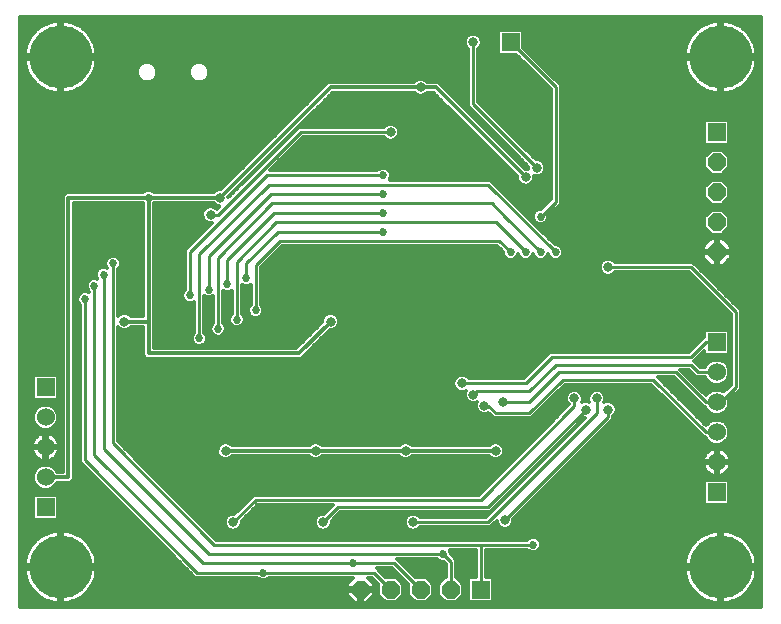
<source format=gbl>
G75*
G70*
%OFA0B0*%
%FSLAX24Y24*%
%IPPOS*%
%LPD*%
%AMOC8*
5,1,8,0,0,1.08239X$1,22.5*
%
%ADD10R,0.0600X0.0600*%
%ADD11OC8,0.0600*%
%ADD12C,0.2100*%
%ADD13C,0.0600*%
%ADD14C,0.0120*%
%ADD15C,0.0270*%
%ADD16C,0.0320*%
%ADD17C,0.0100*%
D10*
X003117Y010948D03*
X003117Y014948D03*
X017617Y008198D03*
X025492Y011448D03*
X025492Y016448D03*
X025492Y023448D03*
X018617Y026448D03*
D11*
X025492Y022448D03*
X025492Y021448D03*
X025492Y020448D03*
X025492Y019448D03*
X016617Y008198D03*
X015617Y008198D03*
X014617Y008198D03*
X013617Y008198D03*
D12*
X003617Y008948D03*
X003617Y025948D03*
X025617Y025948D03*
X025617Y008948D03*
D13*
X025492Y012448D03*
X025492Y013448D03*
X025492Y014448D03*
X025492Y015448D03*
X003117Y013948D03*
X003117Y012948D03*
X003117Y011948D03*
D14*
X002276Y007608D02*
X002276Y027284D01*
X026957Y027288D01*
X026957Y007608D01*
X002276Y007608D01*
X002276Y007685D02*
X026957Y007685D01*
X026957Y007804D02*
X026010Y007804D01*
X025952Y007784D02*
X026080Y007829D01*
X026203Y007887D01*
X026318Y007960D01*
X026424Y008045D01*
X026520Y008141D01*
X026605Y008247D01*
X026677Y008362D01*
X026736Y008484D01*
X026781Y008613D01*
X026811Y008745D01*
X026826Y008880D01*
X026826Y008888D01*
X025677Y008888D01*
X025677Y009008D01*
X026826Y009008D01*
X026826Y009016D01*
X026811Y009151D01*
X026781Y009284D01*
X026736Y009412D01*
X026677Y009534D01*
X026605Y009649D01*
X026520Y009756D01*
X026424Y009852D01*
X026318Y009937D01*
X026203Y010009D01*
X026080Y010068D01*
X025952Y010113D01*
X025820Y010143D01*
X025684Y010158D01*
X025676Y010158D01*
X025676Y009008D01*
X025557Y009008D01*
X025557Y010158D01*
X025549Y010158D01*
X025414Y010143D01*
X025281Y010113D01*
X025153Y010068D01*
X025030Y010009D01*
X024915Y009937D01*
X024809Y009852D01*
X024713Y009756D01*
X024628Y009649D01*
X024556Y009534D01*
X024497Y009412D01*
X024452Y009284D01*
X024422Y009151D01*
X024407Y009016D01*
X024407Y009008D01*
X025556Y009008D01*
X025556Y008888D01*
X024407Y008888D01*
X024407Y008880D01*
X024422Y008745D01*
X024452Y008613D01*
X024497Y008484D01*
X024556Y008362D01*
X024628Y008247D01*
X024713Y008141D01*
X024809Y008045D01*
X024915Y007960D01*
X025030Y007887D01*
X025153Y007829D01*
X025281Y007784D01*
X025414Y007753D01*
X025549Y007738D01*
X025557Y007738D01*
X025557Y008888D01*
X025676Y008888D01*
X025676Y007738D01*
X025684Y007738D01*
X025820Y007753D01*
X025952Y007784D01*
X025676Y007804D02*
X025557Y007804D01*
X025557Y007922D02*
X025676Y007922D01*
X025676Y008041D02*
X025557Y008041D01*
X025557Y008159D02*
X025676Y008159D01*
X025676Y008278D02*
X025557Y008278D01*
X025557Y008397D02*
X025676Y008397D01*
X025676Y008515D02*
X025557Y008515D01*
X025557Y008634D02*
X025676Y008634D01*
X025676Y008752D02*
X025557Y008752D01*
X025557Y008871D02*
X025676Y008871D01*
X025677Y008989D02*
X026957Y008989D01*
X026957Y008871D02*
X026825Y008871D01*
X026812Y008752D02*
X026957Y008752D01*
X026957Y008634D02*
X026786Y008634D01*
X026747Y008515D02*
X026957Y008515D01*
X026957Y008397D02*
X026694Y008397D01*
X026624Y008278D02*
X026957Y008278D01*
X026957Y008159D02*
X026535Y008159D01*
X026419Y008041D02*
X026957Y008041D01*
X026957Y007922D02*
X026258Y007922D01*
X025223Y007804D02*
X017992Y007804D01*
X017966Y007778D02*
X018036Y007848D01*
X018036Y008548D01*
X017966Y008618D01*
X017786Y008618D01*
X017786Y009528D01*
X019176Y009528D01*
X019222Y009482D01*
X019316Y009443D01*
X019417Y009443D01*
X019511Y009482D01*
X019583Y009554D01*
X019621Y009647D01*
X019621Y009749D01*
X019583Y009843D01*
X019511Y009914D01*
X019417Y009953D01*
X019316Y009953D01*
X019222Y009914D01*
X019176Y009868D01*
X017687Y009868D01*
X008812Y009868D01*
X005536Y013144D01*
X005536Y016945D01*
X005583Y016898D01*
X005686Y016856D01*
X005797Y016856D01*
X005900Y016898D01*
X005957Y016956D01*
X006374Y016956D01*
X006374Y016148D01*
X006374Y015999D01*
X006479Y015893D01*
X011479Y015893D01*
X011629Y015893D01*
X012591Y016856D01*
X012672Y016856D01*
X012775Y016898D01*
X012854Y016977D01*
X012896Y017080D01*
X012896Y017191D01*
X012854Y017294D01*
X012775Y017373D01*
X012672Y017416D01*
X012561Y017416D01*
X012458Y017373D01*
X012379Y017294D01*
X012337Y017191D01*
X012337Y017110D01*
X011479Y016253D01*
X006734Y016253D01*
X006734Y017061D01*
X006734Y021080D01*
X006735Y021081D01*
X008713Y021081D01*
X008770Y021023D01*
X008873Y020981D01*
X008909Y020981D01*
X008819Y020891D01*
X008775Y020936D01*
X008672Y020978D01*
X008561Y020978D01*
X008458Y020936D01*
X008379Y020857D01*
X008337Y020754D01*
X008337Y020642D01*
X008379Y020540D01*
X008458Y020461D01*
X008561Y020418D01*
X008659Y020418D01*
X007759Y019519D01*
X007759Y019378D01*
X007759Y018201D01*
X007713Y018155D01*
X007674Y018061D01*
X007674Y017960D01*
X007713Y017866D01*
X007785Y017795D01*
X007878Y017756D01*
X007980Y017756D01*
X008072Y017794D01*
X008072Y016764D01*
X008025Y016718D01*
X007987Y016624D01*
X007987Y016522D01*
X008025Y016429D01*
X008097Y016357D01*
X008191Y016318D01*
X008292Y016318D01*
X008386Y016357D01*
X008458Y016429D01*
X008496Y016522D01*
X008496Y016624D01*
X008458Y016718D01*
X008411Y016764D01*
X008411Y017981D01*
X008503Y017943D01*
X008605Y017943D01*
X008697Y017981D01*
X008697Y017076D01*
X008650Y017030D01*
X008612Y016936D01*
X008612Y016835D01*
X008650Y016741D01*
X008722Y016670D01*
X008816Y016631D01*
X008917Y016631D01*
X009011Y016670D01*
X009083Y016741D01*
X009122Y016835D01*
X009122Y016936D01*
X009083Y017030D01*
X009037Y017076D01*
X009037Y018169D01*
X009128Y018131D01*
X009230Y018131D01*
X009322Y018169D01*
X009322Y017389D01*
X009275Y017343D01*
X009237Y017249D01*
X009237Y017147D01*
X009275Y017054D01*
X009347Y016982D01*
X009441Y016943D01*
X009542Y016943D01*
X009636Y016982D01*
X009708Y017054D01*
X009746Y017147D01*
X009746Y017249D01*
X009708Y017343D01*
X009661Y017389D01*
X009661Y018356D01*
X009753Y018318D01*
X009855Y018318D01*
X009947Y018356D01*
X009947Y017701D01*
X009900Y017655D01*
X009862Y017561D01*
X009862Y017460D01*
X009900Y017366D01*
X009972Y017295D01*
X010066Y017256D01*
X010167Y017256D01*
X010261Y017295D01*
X010333Y017366D01*
X010371Y017460D01*
X010371Y017561D01*
X010333Y017655D01*
X010286Y017701D01*
X010286Y018940D01*
X010999Y019653D01*
X018171Y019653D01*
X018362Y019463D01*
X018362Y019397D01*
X018400Y019304D01*
X018472Y019232D01*
X018566Y019193D01*
X018667Y019193D01*
X018761Y019232D01*
X018833Y019304D01*
X018866Y019385D01*
X018900Y019304D01*
X018972Y019232D01*
X019066Y019193D01*
X019167Y019193D01*
X019261Y019232D01*
X019333Y019304D01*
X019367Y019385D01*
X019400Y019304D01*
X019472Y019232D01*
X019566Y019193D01*
X019667Y019193D01*
X019761Y019232D01*
X019833Y019304D01*
X019867Y019385D01*
X019900Y019304D01*
X019972Y019232D01*
X020066Y019193D01*
X020167Y019193D01*
X020261Y019232D01*
X020333Y019304D01*
X020371Y019397D01*
X020371Y019499D01*
X020333Y019593D01*
X020261Y019664D01*
X020167Y019703D01*
X020102Y019703D01*
X018036Y021769D01*
X017937Y021868D01*
X014583Y021868D01*
X014621Y021960D01*
X014621Y022061D01*
X014583Y022155D01*
X014511Y022227D01*
X014417Y022266D01*
X014316Y022266D01*
X014222Y022227D01*
X014176Y022181D01*
X010589Y022181D01*
X011687Y023278D01*
X014391Y023278D01*
X014458Y023211D01*
X014561Y023168D01*
X014672Y023168D01*
X014775Y023211D01*
X014854Y023290D01*
X014896Y023392D01*
X014896Y023504D01*
X014854Y023607D01*
X014775Y023686D01*
X014672Y023728D01*
X014561Y023728D01*
X014458Y023686D01*
X014391Y023618D01*
X011687Y023618D01*
X011546Y023618D01*
X009209Y021281D01*
X009209Y021286D01*
X012691Y024768D01*
X015401Y024768D01*
X015458Y024711D01*
X015561Y024668D01*
X015672Y024668D01*
X015775Y024711D01*
X015832Y024768D01*
X016042Y024768D01*
X018837Y021974D01*
X018837Y021892D01*
X018879Y021790D01*
X018958Y021711D01*
X019061Y021668D01*
X019172Y021668D01*
X019275Y021711D01*
X019354Y021790D01*
X019396Y021892D01*
X019396Y021997D01*
X019436Y021981D01*
X019547Y021981D01*
X019650Y022023D01*
X019729Y022102D01*
X019771Y022205D01*
X019771Y022316D01*
X019729Y022419D01*
X019650Y022498D01*
X019547Y022541D01*
X019452Y022541D01*
X017536Y024456D01*
X017536Y026222D01*
X017604Y026290D01*
X017646Y026392D01*
X017646Y026504D01*
X017604Y026607D01*
X017525Y026686D01*
X017422Y026728D01*
X017311Y026728D01*
X017208Y026686D01*
X017129Y026607D01*
X017087Y026504D01*
X017087Y026392D01*
X017129Y026290D01*
X017197Y026222D01*
X017197Y024315D01*
X017296Y024216D01*
X019212Y022300D01*
X019212Y022212D01*
X019172Y022228D01*
X019091Y022228D01*
X016296Y025023D01*
X016191Y025128D01*
X015832Y025128D01*
X015775Y025186D01*
X015672Y025228D01*
X015561Y025228D01*
X015458Y025186D01*
X015401Y025128D01*
X012542Y025128D01*
X012437Y025023D01*
X008955Y021541D01*
X008873Y021541D01*
X008770Y021498D01*
X008713Y021441D01*
X006735Y021441D01*
X006698Y021477D01*
X006605Y021516D01*
X006503Y021516D01*
X006410Y021477D01*
X006373Y021441D01*
X003941Y021441D01*
X003792Y021441D01*
X003687Y021335D01*
X003687Y012128D01*
X003497Y012128D01*
X003473Y012186D01*
X003354Y012304D01*
X003200Y012368D01*
X003033Y012368D01*
X002879Y012304D01*
X002760Y012186D01*
X002697Y012032D01*
X002697Y011865D01*
X002760Y011710D01*
X002879Y011592D01*
X003033Y011528D01*
X003200Y011528D01*
X003354Y011592D01*
X003473Y011710D01*
X003497Y011768D01*
X003792Y011768D01*
X003941Y011768D01*
X004046Y011874D01*
X004046Y021081D01*
X006373Y021081D01*
X006374Y021080D01*
X006374Y017316D01*
X005957Y017316D01*
X005900Y017373D01*
X005797Y017416D01*
X005686Y017416D01*
X005583Y017373D01*
X005536Y017327D01*
X005536Y018883D01*
X005583Y018929D01*
X005621Y019022D01*
X005621Y019124D01*
X005583Y019218D01*
X005511Y019289D01*
X005417Y019328D01*
X005316Y019328D01*
X005222Y019289D01*
X005150Y019218D01*
X005112Y019124D01*
X005112Y019022D01*
X005148Y018935D01*
X005105Y018953D01*
X005003Y018953D01*
X004910Y018914D01*
X004838Y018843D01*
X004799Y018749D01*
X004799Y018647D01*
X004835Y018560D01*
X004792Y018578D01*
X004691Y018578D01*
X004597Y018539D01*
X004525Y018468D01*
X004486Y018374D01*
X004486Y018272D01*
X004525Y018179D01*
X004571Y018133D01*
X004571Y018103D01*
X004480Y018141D01*
X004378Y018141D01*
X004285Y018102D01*
X004213Y018030D01*
X004174Y017936D01*
X004174Y017835D01*
X004213Y017741D01*
X004259Y017695D01*
X004259Y012581D01*
X004259Y012440D01*
X008109Y008591D01*
X008249Y008591D01*
X010176Y008591D01*
X010222Y008545D01*
X010316Y008506D01*
X010417Y008506D01*
X010511Y008545D01*
X010557Y008591D01*
X013359Y008591D01*
X013157Y008389D01*
X013157Y008238D01*
X013576Y008238D01*
X013576Y008158D01*
X013157Y008158D01*
X013157Y008008D01*
X013426Y007738D01*
X013576Y007738D01*
X013576Y008158D01*
X013657Y008158D01*
X013657Y008238D01*
X014076Y008238D01*
X014076Y008389D01*
X013874Y008591D01*
X013984Y008591D01*
X014199Y008375D01*
X014197Y008372D01*
X014197Y008024D01*
X014443Y007778D01*
X014790Y007778D01*
X015036Y008024D01*
X015036Y008372D01*
X014790Y008618D01*
X014443Y008618D01*
X014440Y008615D01*
X014152Y008903D01*
X014671Y008903D01*
X015199Y008375D01*
X015197Y008372D01*
X015197Y008024D01*
X015443Y007778D01*
X015790Y007778D01*
X016036Y008024D01*
X016036Y008372D01*
X015790Y008618D01*
X015443Y008618D01*
X015440Y008615D01*
X014839Y009216D01*
X016176Y009216D01*
X016222Y009169D01*
X016316Y009131D01*
X016381Y009131D01*
X016447Y009065D01*
X016447Y008618D01*
X016443Y008618D01*
X016197Y008372D01*
X016197Y008024D01*
X016443Y007778D01*
X016790Y007778D01*
X017036Y008024D01*
X017036Y008372D01*
X016790Y008618D01*
X016786Y008618D01*
X016786Y009065D01*
X016786Y009206D01*
X016621Y009371D01*
X016621Y009436D01*
X016583Y009528D01*
X017447Y009528D01*
X017447Y008618D01*
X017267Y008618D01*
X017197Y008548D01*
X017197Y007848D01*
X017267Y007778D01*
X017966Y007778D01*
X018036Y007922D02*
X024975Y007922D01*
X024814Y008041D02*
X018036Y008041D01*
X018036Y008159D02*
X024698Y008159D01*
X024609Y008278D02*
X018036Y008278D01*
X018036Y008397D02*
X024539Y008397D01*
X024486Y008515D02*
X018036Y008515D01*
X017786Y008634D02*
X024447Y008634D01*
X024421Y008752D02*
X017786Y008752D01*
X017786Y008871D02*
X024408Y008871D01*
X024417Y009108D02*
X017786Y009108D01*
X017786Y009226D02*
X024439Y009226D01*
X024473Y009345D02*
X017786Y009345D01*
X017786Y009463D02*
X019267Y009463D01*
X019466Y009463D02*
X024522Y009463D01*
X024586Y009582D02*
X019594Y009582D01*
X019621Y009701D02*
X024669Y009701D01*
X024776Y009819D02*
X019592Y009819D01*
X019455Y009938D02*
X024917Y009938D01*
X025129Y010056D02*
X008624Y010056D01*
X008742Y009938D02*
X019278Y009938D01*
X018666Y010352D02*
X018709Y010455D01*
X018709Y010550D01*
X021937Y013778D01*
X022036Y013878D01*
X022036Y013972D01*
X022104Y014040D01*
X022146Y014142D01*
X022146Y014254D01*
X022104Y014357D01*
X022025Y014436D01*
X021922Y014478D01*
X021811Y014478D01*
X021744Y014450D01*
X021771Y014517D01*
X021771Y014629D01*
X021729Y014732D01*
X021650Y014811D01*
X021547Y014853D01*
X021436Y014853D01*
X021333Y014811D01*
X021254Y014732D01*
X021212Y014629D01*
X021212Y014517D01*
X021239Y014450D01*
X021172Y014478D01*
X021061Y014478D01*
X020994Y014450D01*
X021021Y014517D01*
X021021Y014629D01*
X020979Y014732D01*
X020900Y014811D01*
X020797Y014853D01*
X020686Y014853D01*
X020583Y014811D01*
X020504Y014732D01*
X020462Y014629D01*
X020462Y014517D01*
X020504Y014415D01*
X020548Y014370D01*
X017546Y011368D01*
X010046Y011368D01*
X009947Y011269D01*
X009406Y010728D01*
X009311Y010728D01*
X009208Y010686D01*
X009129Y010607D01*
X009087Y010504D01*
X009087Y010392D01*
X009129Y010290D01*
X009208Y010211D01*
X009311Y010168D01*
X009422Y010168D01*
X009525Y010211D01*
X009604Y010290D01*
X009646Y010392D01*
X009646Y010488D01*
X010187Y011028D01*
X012706Y011028D01*
X012697Y011019D01*
X012406Y010728D01*
X012311Y010728D01*
X012208Y010686D01*
X012129Y010607D01*
X012087Y010504D01*
X012087Y010392D01*
X012129Y010290D01*
X012208Y010211D01*
X012311Y010168D01*
X012422Y010168D01*
X012525Y010211D01*
X012604Y010290D01*
X012646Y010392D01*
X012646Y010488D01*
X012937Y010778D01*
X017796Y010778D01*
X017937Y010778D01*
X021077Y013918D01*
X021096Y013918D01*
X017796Y010618D01*
X015592Y010618D01*
X015525Y010686D01*
X015422Y010728D01*
X015311Y010728D01*
X015208Y010686D01*
X015129Y010607D01*
X015087Y010504D01*
X015087Y010392D01*
X015129Y010290D01*
X015208Y010211D01*
X015311Y010168D01*
X015422Y010168D01*
X015525Y010211D01*
X015592Y010278D01*
X017796Y010278D01*
X017937Y010278D01*
X018149Y010490D01*
X018149Y010455D01*
X018192Y010352D01*
X018270Y010273D01*
X018373Y010231D01*
X018485Y010231D01*
X018588Y010273D01*
X018666Y010352D01*
X018691Y010412D02*
X026957Y010412D01*
X026957Y010530D02*
X018709Y010530D01*
X018808Y010649D02*
X026957Y010649D01*
X026957Y010767D02*
X018926Y010767D01*
X019045Y010886D02*
X026957Y010886D01*
X026957Y011004D02*
X019163Y011004D01*
X019282Y011123D02*
X025072Y011123D01*
X025072Y011098D02*
X025142Y011028D01*
X025841Y011028D01*
X025911Y011098D01*
X025911Y011798D01*
X025841Y011868D01*
X025142Y011868D01*
X025072Y011798D01*
X025072Y011098D01*
X025072Y011242D02*
X019400Y011242D01*
X019519Y011360D02*
X025072Y011360D01*
X025072Y011479D02*
X019637Y011479D01*
X019756Y011597D02*
X025072Y011597D01*
X025072Y011716D02*
X019874Y011716D01*
X019993Y011834D02*
X025108Y011834D01*
X025250Y012055D02*
X025315Y012022D01*
X025384Y012000D01*
X025451Y011989D01*
X025451Y012408D01*
X025032Y012408D01*
X025043Y012340D01*
X025065Y012272D01*
X025098Y012207D01*
X025141Y012149D01*
X025192Y012097D01*
X025250Y012055D01*
X025228Y012071D02*
X020230Y012071D01*
X020112Y011953D02*
X026957Y011953D01*
X026957Y012071D02*
X025755Y012071D01*
X025733Y012055D02*
X025791Y012097D01*
X025842Y012149D01*
X025885Y012207D01*
X025918Y012272D01*
X025940Y012340D01*
X025951Y012408D01*
X025532Y012408D01*
X025532Y012488D01*
X025951Y012488D01*
X025940Y012556D01*
X025918Y012625D01*
X025885Y012689D01*
X025842Y012748D01*
X025791Y012799D01*
X025733Y012842D01*
X025668Y012874D01*
X025599Y012897D01*
X025532Y012908D01*
X025532Y012488D01*
X025451Y012488D01*
X025451Y012408D01*
X025532Y012408D01*
X025532Y011989D01*
X025599Y012000D01*
X025668Y012022D01*
X025733Y012055D01*
X025872Y012190D02*
X026957Y012190D01*
X026957Y012308D02*
X025930Y012308D01*
X025942Y012546D02*
X026957Y012546D01*
X026957Y012664D02*
X025898Y012664D01*
X025808Y012783D02*
X026957Y012783D01*
X026957Y012901D02*
X025572Y012901D01*
X025532Y012901D02*
X025451Y012901D01*
X025451Y012908D02*
X025384Y012897D01*
X025315Y012874D01*
X025250Y012842D01*
X025192Y012799D01*
X025141Y012748D01*
X025098Y012689D01*
X025065Y012625D01*
X025043Y012556D01*
X025032Y012488D01*
X025451Y012488D01*
X025451Y012908D01*
X025411Y012901D02*
X021060Y012901D01*
X020941Y012783D02*
X025175Y012783D01*
X025085Y012664D02*
X020823Y012664D01*
X020704Y012546D02*
X025041Y012546D01*
X025053Y012308D02*
X020467Y012308D01*
X020349Y012190D02*
X025111Y012190D01*
X025451Y012190D02*
X025532Y012190D01*
X025532Y012308D02*
X025451Y012308D01*
X025451Y012427D02*
X020586Y012427D01*
X020079Y012901D02*
X020060Y012901D01*
X019961Y012783D02*
X019941Y012783D01*
X019842Y012664D02*
X019823Y012664D01*
X019724Y012546D02*
X019704Y012546D01*
X019605Y012427D02*
X019586Y012427D01*
X019486Y012308D02*
X019467Y012308D01*
X019368Y012190D02*
X019349Y012190D01*
X019249Y012071D02*
X019230Y012071D01*
X019131Y011953D02*
X019112Y011953D01*
X019012Y011834D02*
X018993Y011834D01*
X018894Y011716D02*
X018874Y011716D01*
X018775Y011597D02*
X018756Y011597D01*
X018657Y011479D02*
X018637Y011479D01*
X018538Y011360D02*
X018519Y011360D01*
X018420Y011242D02*
X018400Y011242D01*
X018301Y011123D02*
X018282Y011123D01*
X018182Y011004D02*
X018163Y011004D01*
X018064Y010886D02*
X018045Y010886D01*
X017945Y010767D02*
X012926Y010767D01*
X012808Y010649D02*
X015171Y010649D01*
X015098Y010530D02*
X012689Y010530D01*
X012646Y010412D02*
X015087Y010412D01*
X015128Y010293D02*
X012605Y010293D01*
X012438Y010175D02*
X015295Y010175D01*
X015438Y010175D02*
X026957Y010175D01*
X026957Y010293D02*
X018607Y010293D01*
X018251Y010293D02*
X017952Y010293D01*
X018070Y010412D02*
X018167Y010412D01*
X017827Y010649D02*
X015562Y010649D01*
X016610Y009463D02*
X017447Y009463D01*
X017447Y009345D02*
X016648Y009345D01*
X016766Y009226D02*
X017447Y009226D01*
X017447Y009108D02*
X016786Y009108D01*
X016786Y008989D02*
X017447Y008989D01*
X017447Y008871D02*
X016786Y008871D01*
X016786Y008752D02*
X017447Y008752D01*
X017447Y008634D02*
X016786Y008634D01*
X016894Y008515D02*
X017197Y008515D01*
X017197Y008397D02*
X017012Y008397D01*
X017036Y008278D02*
X017197Y008278D01*
X017197Y008159D02*
X017036Y008159D01*
X017036Y008041D02*
X017197Y008041D01*
X017197Y007922D02*
X016935Y007922D01*
X016816Y007804D02*
X017241Y007804D01*
X016417Y007804D02*
X015816Y007804D01*
X015935Y007922D02*
X016298Y007922D01*
X016197Y008041D02*
X016036Y008041D01*
X016036Y008159D02*
X016197Y008159D01*
X016197Y008278D02*
X016036Y008278D01*
X016012Y008397D02*
X016221Y008397D01*
X016339Y008515D02*
X015894Y008515D01*
X015421Y008634D02*
X016447Y008634D01*
X016447Y008752D02*
X015303Y008752D01*
X015184Y008871D02*
X016447Y008871D01*
X016447Y008989D02*
X015066Y008989D01*
X014947Y009108D02*
X016404Y009108D01*
X015298Y007922D02*
X014935Y007922D01*
X015036Y008041D02*
X015197Y008041D01*
X015197Y008159D02*
X015036Y008159D01*
X015036Y008278D02*
X015197Y008278D01*
X015178Y008397D02*
X015012Y008397D01*
X015059Y008515D02*
X014894Y008515D01*
X014941Y008634D02*
X014421Y008634D01*
X014303Y008752D02*
X014822Y008752D01*
X014704Y008871D02*
X014184Y008871D01*
X014059Y008515D02*
X013950Y008515D01*
X014069Y008397D02*
X014178Y008397D01*
X014197Y008278D02*
X014076Y008278D01*
X014076Y008158D02*
X013657Y008158D01*
X013657Y007738D01*
X013807Y007738D01*
X014076Y008008D01*
X014076Y008158D01*
X014076Y008041D02*
X014197Y008041D01*
X014197Y008159D02*
X013657Y008159D01*
X013576Y008159D02*
X004535Y008159D01*
X004520Y008141D02*
X004605Y008247D01*
X004677Y008362D01*
X004736Y008484D01*
X004781Y008613D01*
X004811Y008745D01*
X004826Y008880D01*
X004826Y008888D01*
X003677Y008888D01*
X003677Y009008D01*
X004826Y009008D01*
X004826Y009016D01*
X004811Y009151D01*
X004781Y009284D01*
X004736Y009412D01*
X004677Y009534D01*
X004605Y009649D01*
X004520Y009756D01*
X004424Y009852D01*
X004318Y009937D01*
X004203Y010009D01*
X004080Y010068D01*
X003952Y010113D01*
X003820Y010143D01*
X003684Y010158D01*
X003676Y010158D01*
X003676Y009008D01*
X003557Y009008D01*
X003557Y010158D01*
X003549Y010158D01*
X003414Y010143D01*
X003281Y010113D01*
X003153Y010068D01*
X003030Y010009D01*
X002915Y009937D01*
X002809Y009852D01*
X002713Y009756D01*
X002628Y009649D01*
X002556Y009534D01*
X002497Y009412D01*
X002452Y009284D01*
X002422Y009151D01*
X002407Y009016D01*
X002406Y009008D01*
X003556Y009008D01*
X003556Y008888D01*
X002407Y008888D01*
X002407Y008880D01*
X002422Y008745D01*
X002452Y008613D01*
X002497Y008484D01*
X002556Y008362D01*
X002628Y008247D01*
X002713Y008141D01*
X002809Y008045D01*
X002915Y007960D01*
X003030Y007887D01*
X003153Y007829D01*
X003281Y007784D01*
X003414Y007753D01*
X003549Y007738D01*
X003557Y007738D01*
X003557Y008888D01*
X003676Y008888D01*
X003676Y007738D01*
X003684Y007738D01*
X003820Y007753D01*
X003952Y007784D01*
X004080Y007829D01*
X004203Y007887D01*
X004318Y007960D01*
X004424Y008045D01*
X004520Y008141D01*
X004419Y008041D02*
X013157Y008041D01*
X013242Y007922D02*
X004258Y007922D01*
X004010Y007804D02*
X013360Y007804D01*
X013576Y007804D02*
X013657Y007804D01*
X013657Y007922D02*
X013576Y007922D01*
X013576Y008041D02*
X013657Y008041D01*
X013873Y007804D02*
X014417Y007804D01*
X014298Y007922D02*
X013991Y007922D01*
X014816Y007804D02*
X015417Y007804D01*
X013283Y008515D02*
X010440Y008515D01*
X010293Y008515D02*
X004747Y008515D01*
X004786Y008634D02*
X008066Y008634D01*
X007947Y008752D02*
X004812Y008752D01*
X004825Y008871D02*
X007829Y008871D01*
X007710Y008989D02*
X003677Y008989D01*
X003676Y008871D02*
X003557Y008871D01*
X003556Y008989D02*
X002276Y008989D01*
X002276Y008871D02*
X002408Y008871D01*
X002421Y008752D02*
X002276Y008752D01*
X002276Y008634D02*
X002447Y008634D01*
X002486Y008515D02*
X002276Y008515D01*
X002276Y008397D02*
X002539Y008397D01*
X002609Y008278D02*
X002276Y008278D01*
X002276Y008159D02*
X002698Y008159D01*
X002814Y008041D02*
X002276Y008041D01*
X002276Y007922D02*
X002975Y007922D01*
X003223Y007804D02*
X002276Y007804D01*
X003557Y007804D02*
X003676Y007804D01*
X003676Y007922D02*
X003557Y007922D01*
X003557Y008041D02*
X003676Y008041D01*
X003676Y008159D02*
X003557Y008159D01*
X003557Y008278D02*
X003676Y008278D01*
X003676Y008397D02*
X003557Y008397D01*
X003557Y008515D02*
X003676Y008515D01*
X003676Y008634D02*
X003557Y008634D01*
X003557Y008752D02*
X003676Y008752D01*
X003676Y009108D02*
X003557Y009108D01*
X003557Y009226D02*
X003676Y009226D01*
X003676Y009345D02*
X003557Y009345D01*
X003557Y009463D02*
X003676Y009463D01*
X003676Y009582D02*
X003557Y009582D01*
X003557Y009701D02*
X003676Y009701D01*
X003676Y009819D02*
X003557Y009819D01*
X003557Y009938D02*
X003676Y009938D01*
X003676Y010056D02*
X003557Y010056D01*
X003466Y010528D02*
X003536Y010598D01*
X003536Y011298D01*
X003466Y011368D01*
X002767Y011368D01*
X002697Y011298D01*
X002697Y010598D01*
X002767Y010528D01*
X003466Y010528D01*
X003468Y010530D02*
X006169Y010530D01*
X006288Y010412D02*
X002276Y010412D01*
X002276Y010530D02*
X002765Y010530D01*
X002697Y010649D02*
X002276Y010649D01*
X002276Y010767D02*
X002697Y010767D01*
X002697Y010886D02*
X002276Y010886D01*
X002276Y011004D02*
X002697Y011004D01*
X002697Y011123D02*
X002276Y011123D01*
X002276Y011242D02*
X002697Y011242D01*
X002759Y011360D02*
X002276Y011360D01*
X002276Y011479D02*
X005221Y011479D01*
X005102Y011597D02*
X003359Y011597D01*
X003475Y011716D02*
X004984Y011716D01*
X004865Y011834D02*
X004007Y011834D01*
X004046Y011953D02*
X004746Y011953D01*
X004628Y012071D02*
X004046Y012071D01*
X004046Y012190D02*
X004509Y012190D01*
X004391Y012308D02*
X004046Y012308D01*
X004046Y012427D02*
X004272Y012427D01*
X004259Y012546D02*
X004046Y012546D01*
X004046Y012664D02*
X004259Y012664D01*
X004259Y012783D02*
X004046Y012783D01*
X004046Y012901D02*
X004259Y012901D01*
X004259Y013020D02*
X004046Y013020D01*
X004046Y013138D02*
X004259Y013138D01*
X004259Y013257D02*
X004046Y013257D01*
X004046Y013375D02*
X004259Y013375D01*
X004259Y013494D02*
X004046Y013494D01*
X004046Y013612D02*
X004259Y013612D01*
X004259Y013731D02*
X004046Y013731D01*
X004046Y013850D02*
X004259Y013850D01*
X004259Y013968D02*
X004046Y013968D01*
X004046Y014087D02*
X004259Y014087D01*
X004259Y014205D02*
X004046Y014205D01*
X004046Y014324D02*
X004259Y014324D01*
X004259Y014442D02*
X004046Y014442D01*
X004046Y014561D02*
X004259Y014561D01*
X004259Y014679D02*
X004046Y014679D01*
X004046Y014798D02*
X004259Y014798D01*
X004259Y014916D02*
X004046Y014916D01*
X004046Y015035D02*
X004259Y015035D01*
X004259Y015154D02*
X004046Y015154D01*
X004046Y015272D02*
X004259Y015272D01*
X004259Y015391D02*
X004046Y015391D01*
X004046Y015509D02*
X004259Y015509D01*
X004259Y015628D02*
X004046Y015628D01*
X004046Y015746D02*
X004259Y015746D01*
X004259Y015865D02*
X004046Y015865D01*
X004046Y015983D02*
X004259Y015983D01*
X004259Y016102D02*
X004046Y016102D01*
X004046Y016220D02*
X004259Y016220D01*
X004259Y016339D02*
X004046Y016339D01*
X004046Y016457D02*
X004259Y016457D01*
X004259Y016576D02*
X004046Y016576D01*
X004046Y016695D02*
X004259Y016695D01*
X004259Y016813D02*
X004046Y016813D01*
X004046Y016932D02*
X004259Y016932D01*
X004259Y017050D02*
X004046Y017050D01*
X004046Y017169D02*
X004259Y017169D01*
X004259Y017287D02*
X004046Y017287D01*
X004046Y017406D02*
X004259Y017406D01*
X004259Y017524D02*
X004046Y017524D01*
X004046Y017643D02*
X004259Y017643D01*
X004204Y017761D02*
X004046Y017761D01*
X004046Y017880D02*
X004174Y017880D01*
X004200Y017999D02*
X004046Y017999D01*
X004046Y018117D02*
X004321Y018117D01*
X004537Y018117D02*
X004571Y018117D01*
X004502Y018236D02*
X004046Y018236D01*
X004046Y018354D02*
X004486Y018354D01*
X004530Y018473D02*
X004046Y018473D01*
X004046Y018591D02*
X004822Y018591D01*
X004799Y018710D02*
X004046Y018710D01*
X004046Y018828D02*
X004832Y018828D01*
X004988Y018947D02*
X004046Y018947D01*
X004046Y019065D02*
X005112Y019065D01*
X005120Y018947D02*
X005143Y018947D01*
X005136Y019184D02*
X004046Y019184D01*
X004046Y019303D02*
X005254Y019303D01*
X005479Y019303D02*
X006374Y019303D01*
X006374Y019421D02*
X004046Y019421D01*
X004046Y019540D02*
X006374Y019540D01*
X006374Y019658D02*
X004046Y019658D01*
X004046Y019777D02*
X006374Y019777D01*
X006374Y019895D02*
X004046Y019895D01*
X004046Y020014D02*
X006374Y020014D01*
X006374Y020132D02*
X004046Y020132D01*
X004046Y020251D02*
X006374Y020251D01*
X006374Y020369D02*
X004046Y020369D01*
X004046Y020488D02*
X006374Y020488D01*
X006374Y020606D02*
X004046Y020606D01*
X004046Y020725D02*
X006374Y020725D01*
X006374Y020844D02*
X004046Y020844D01*
X004046Y020962D02*
X006374Y020962D01*
X006373Y021081D02*
X004046Y021081D01*
X003867Y021261D02*
X003867Y011948D01*
X003117Y011948D01*
X003469Y012190D02*
X003687Y012190D01*
X003687Y012308D02*
X003344Y012308D01*
X003293Y012522D02*
X003358Y012555D01*
X003416Y012597D01*
X003467Y012649D01*
X003510Y012707D01*
X003543Y012772D01*
X003565Y012840D01*
X003576Y012908D01*
X003157Y012908D01*
X003157Y012988D01*
X003576Y012988D01*
X003565Y013056D01*
X003543Y013125D01*
X003510Y013189D01*
X003467Y013248D01*
X003416Y013299D01*
X003358Y013342D01*
X003293Y013374D01*
X003224Y013397D01*
X003157Y013408D01*
X003157Y012988D01*
X003076Y012988D01*
X003076Y012908D01*
X002657Y012908D01*
X002668Y012840D01*
X002690Y012772D01*
X002723Y012707D01*
X002766Y012649D01*
X002817Y012597D01*
X002875Y012555D01*
X002940Y012522D01*
X003009Y012500D01*
X003076Y012489D01*
X003076Y012908D01*
X003157Y012908D01*
X003157Y012489D01*
X003224Y012500D01*
X003293Y012522D01*
X003339Y012546D02*
X003687Y012546D01*
X003687Y012664D02*
X003479Y012664D01*
X003546Y012783D02*
X003687Y012783D01*
X003687Y012901D02*
X003575Y012901D01*
X003571Y013020D02*
X003687Y013020D01*
X003687Y013138D02*
X003536Y013138D01*
X003458Y013257D02*
X003687Y013257D01*
X003687Y013375D02*
X003290Y013375D01*
X003157Y013375D02*
X003076Y013375D01*
X003076Y013408D02*
X003076Y012988D01*
X002657Y012988D01*
X002668Y013056D01*
X002690Y013125D01*
X002723Y013189D01*
X002766Y013248D01*
X002817Y013299D01*
X002875Y013342D01*
X002940Y013374D01*
X003009Y013397D01*
X003076Y013408D01*
X003033Y013528D02*
X003200Y013528D01*
X003354Y013592D01*
X003473Y013710D01*
X003536Y013865D01*
X003536Y014032D01*
X003473Y014186D01*
X003354Y014304D01*
X003200Y014368D01*
X003033Y014368D01*
X002879Y014304D01*
X002760Y014186D01*
X002697Y014032D01*
X002697Y013865D01*
X002760Y013710D01*
X002879Y013592D01*
X003033Y013528D01*
X002943Y013375D02*
X002276Y013375D01*
X002276Y013257D02*
X002775Y013257D01*
X002697Y013138D02*
X002276Y013138D01*
X002276Y013020D02*
X002662Y013020D01*
X002658Y012901D02*
X002276Y012901D01*
X002276Y012783D02*
X002687Y012783D01*
X002754Y012664D02*
X002276Y012664D01*
X002276Y012546D02*
X002894Y012546D01*
X003076Y012546D02*
X003157Y012546D01*
X003157Y012664D02*
X003076Y012664D01*
X003076Y012783D02*
X003157Y012783D01*
X003157Y012901D02*
X003076Y012901D01*
X003076Y013020D02*
X003157Y013020D01*
X003157Y013138D02*
X003076Y013138D01*
X003076Y013257D02*
X003157Y013257D01*
X003375Y013612D02*
X003687Y013612D01*
X003687Y013494D02*
X002276Y013494D01*
X002276Y013612D02*
X002858Y013612D01*
X002752Y013731D02*
X002276Y013731D01*
X002276Y013850D02*
X002703Y013850D01*
X002697Y013968D02*
X002276Y013968D01*
X002276Y014087D02*
X002719Y014087D01*
X002780Y014205D02*
X002276Y014205D01*
X002276Y014324D02*
X002926Y014324D01*
X002767Y014528D02*
X002697Y014598D01*
X002697Y015298D01*
X002767Y015368D01*
X003466Y015368D01*
X003536Y015298D01*
X003536Y014598D01*
X003466Y014528D01*
X002767Y014528D01*
X002734Y014561D02*
X002276Y014561D01*
X002276Y014679D02*
X002697Y014679D01*
X002697Y014798D02*
X002276Y014798D01*
X002276Y014916D02*
X002697Y014916D01*
X002697Y015035D02*
X002276Y015035D01*
X002276Y015154D02*
X002697Y015154D01*
X002697Y015272D02*
X002276Y015272D01*
X002276Y015391D02*
X003687Y015391D01*
X003687Y015509D02*
X002276Y015509D01*
X002276Y015628D02*
X003687Y015628D01*
X003687Y015746D02*
X002276Y015746D01*
X002276Y015865D02*
X003687Y015865D01*
X003687Y015983D02*
X002276Y015983D01*
X002276Y016102D02*
X003687Y016102D01*
X003687Y016220D02*
X002276Y016220D01*
X002276Y016339D02*
X003687Y016339D01*
X003687Y016457D02*
X002276Y016457D01*
X002276Y016576D02*
X003687Y016576D01*
X003687Y016695D02*
X002276Y016695D01*
X002276Y016813D02*
X003687Y016813D01*
X003687Y016932D02*
X002276Y016932D01*
X002276Y017050D02*
X003687Y017050D01*
X003687Y017169D02*
X002276Y017169D01*
X002276Y017287D02*
X003687Y017287D01*
X003687Y017406D02*
X002276Y017406D01*
X002276Y017524D02*
X003687Y017524D01*
X003687Y017643D02*
X002276Y017643D01*
X002276Y017761D02*
X003687Y017761D01*
X003687Y017880D02*
X002276Y017880D01*
X002276Y017999D02*
X003687Y017999D01*
X003687Y018117D02*
X002276Y018117D01*
X002276Y018236D02*
X003687Y018236D01*
X003687Y018354D02*
X002276Y018354D01*
X002276Y018473D02*
X003687Y018473D01*
X003687Y018591D02*
X002276Y018591D01*
X002276Y018710D02*
X003687Y018710D01*
X003687Y018828D02*
X002276Y018828D01*
X002276Y018947D02*
X003687Y018947D01*
X003687Y019065D02*
X002276Y019065D01*
X002276Y019184D02*
X003687Y019184D01*
X003687Y019303D02*
X002276Y019303D01*
X002276Y019421D02*
X003687Y019421D01*
X003687Y019540D02*
X002276Y019540D01*
X002276Y019658D02*
X003687Y019658D01*
X003687Y019777D02*
X002276Y019777D01*
X002276Y019895D02*
X003687Y019895D01*
X003687Y020014D02*
X002276Y020014D01*
X002276Y020132D02*
X003687Y020132D01*
X003687Y020251D02*
X002276Y020251D01*
X002276Y020369D02*
X003687Y020369D01*
X003687Y020488D02*
X002276Y020488D01*
X002276Y020606D02*
X003687Y020606D01*
X003687Y020725D02*
X002276Y020725D01*
X002276Y020844D02*
X003687Y020844D01*
X003687Y020962D02*
X002276Y020962D01*
X002276Y021081D02*
X003687Y021081D01*
X003687Y021199D02*
X002276Y021199D01*
X002276Y021318D02*
X003687Y021318D01*
X003788Y021436D02*
X002276Y021436D01*
X002276Y021555D02*
X008969Y021555D01*
X009087Y021673D02*
X002276Y021673D01*
X002276Y021792D02*
X009206Y021792D01*
X009324Y021910D02*
X002276Y021910D01*
X002276Y022029D02*
X009443Y022029D01*
X009561Y022148D02*
X002276Y022148D01*
X002276Y022266D02*
X009680Y022266D01*
X009799Y022385D02*
X002276Y022385D01*
X002276Y022503D02*
X009917Y022503D01*
X010036Y022622D02*
X002276Y022622D01*
X002276Y022740D02*
X010154Y022740D01*
X010273Y022859D02*
X002276Y022859D01*
X002276Y022977D02*
X010391Y022977D01*
X010510Y023096D02*
X002276Y023096D01*
X002276Y023214D02*
X010628Y023214D01*
X010747Y023333D02*
X002276Y023333D01*
X002276Y023452D02*
X010865Y023452D01*
X010984Y023570D02*
X002276Y023570D01*
X002276Y023689D02*
X011102Y023689D01*
X011221Y023807D02*
X002276Y023807D01*
X002276Y023926D02*
X011340Y023926D01*
X011458Y024044D02*
X002276Y024044D01*
X002276Y024163D02*
X011577Y024163D01*
X011695Y024281D02*
X002276Y024281D01*
X002276Y024400D02*
X011814Y024400D01*
X011932Y024518D02*
X002276Y024518D01*
X002276Y024637D02*
X012051Y024637D01*
X012169Y024756D02*
X003829Y024756D01*
X003820Y024753D02*
X003952Y024784D01*
X004080Y024829D01*
X004203Y024887D01*
X004318Y024960D01*
X004424Y025045D01*
X004520Y025141D01*
X004605Y025247D01*
X004677Y025362D01*
X004736Y025484D01*
X004781Y025613D01*
X004811Y025745D01*
X004826Y025880D01*
X004826Y025888D01*
X003677Y025888D01*
X003677Y026008D01*
X004826Y026008D01*
X004826Y026016D01*
X004811Y026151D01*
X004781Y026284D01*
X004736Y026412D01*
X004677Y026534D01*
X004605Y026649D01*
X004520Y026756D01*
X004424Y026852D01*
X004318Y026937D01*
X004203Y027009D01*
X004080Y027068D01*
X003952Y027113D01*
X003820Y027143D01*
X003684Y027158D01*
X003676Y027158D01*
X003676Y026008D01*
X003557Y026008D01*
X003557Y027158D01*
X003549Y027158D01*
X003414Y027143D01*
X003281Y027113D01*
X003153Y027068D01*
X003030Y027009D01*
X002915Y026937D01*
X002809Y026852D01*
X002713Y026756D01*
X002628Y026649D01*
X002556Y026534D01*
X002497Y026412D01*
X002452Y026284D01*
X002422Y026151D01*
X002407Y026016D01*
X002406Y026008D01*
X003556Y026008D01*
X003556Y025888D01*
X002407Y025888D01*
X002407Y025880D01*
X002422Y025745D01*
X002452Y025613D01*
X002497Y025484D01*
X002556Y025362D01*
X002628Y025247D01*
X002713Y025141D01*
X002809Y025045D01*
X002915Y024960D01*
X003030Y024887D01*
X003153Y024829D01*
X003281Y024784D01*
X003414Y024753D01*
X003549Y024738D01*
X003557Y024738D01*
X003557Y025888D01*
X003676Y025888D01*
X003676Y024738D01*
X003684Y024738D01*
X003820Y024753D01*
X003676Y024756D02*
X003557Y024756D01*
X003557Y024874D02*
X003676Y024874D01*
X003676Y024993D02*
X003557Y024993D01*
X003557Y025111D02*
X003676Y025111D01*
X003676Y025230D02*
X003557Y025230D01*
X003557Y025348D02*
X003676Y025348D01*
X003676Y025467D02*
X003557Y025467D01*
X003557Y025585D02*
X003676Y025585D01*
X003676Y025704D02*
X003557Y025704D01*
X003557Y025822D02*
X003676Y025822D01*
X003677Y025941D02*
X017197Y025941D01*
X017197Y026059D02*
X004822Y026059D01*
X004805Y026178D02*
X017197Y026178D01*
X017126Y026297D02*
X004777Y026297D01*
X004735Y026415D02*
X017087Y026415D01*
X017099Y026534D02*
X004678Y026534D01*
X004603Y026652D02*
X017175Y026652D01*
X017558Y026652D02*
X018197Y026652D01*
X018197Y026534D02*
X017634Y026534D01*
X017646Y026415D02*
X018197Y026415D01*
X018197Y026297D02*
X017607Y026297D01*
X017536Y026178D02*
X018197Y026178D01*
X018197Y026098D02*
X018267Y026028D01*
X018796Y026028D01*
X019947Y024878D01*
X019947Y021206D01*
X019631Y020891D01*
X019566Y020891D01*
X019472Y020852D01*
X019400Y020780D01*
X019362Y020686D01*
X019362Y020585D01*
X019400Y020491D01*
X019472Y020420D01*
X019566Y020381D01*
X019667Y020381D01*
X019761Y020420D01*
X019833Y020491D01*
X019871Y020585D01*
X019871Y020650D01*
X020187Y020966D01*
X020286Y021065D01*
X020286Y024878D01*
X020286Y025019D01*
X019036Y026269D01*
X019036Y026798D01*
X018966Y026868D01*
X018267Y026868D01*
X018197Y026798D01*
X018197Y026098D01*
X018236Y026059D02*
X017536Y026059D01*
X017536Y025941D02*
X018883Y025941D01*
X019002Y025822D02*
X017536Y025822D01*
X017536Y025704D02*
X019120Y025704D01*
X019239Y025585D02*
X017536Y025585D01*
X017536Y025467D02*
X019358Y025467D01*
X019476Y025348D02*
X017536Y025348D01*
X017536Y025230D02*
X019595Y025230D01*
X019713Y025111D02*
X017536Y025111D01*
X017536Y024993D02*
X019832Y024993D01*
X019947Y024874D02*
X017536Y024874D01*
X017536Y024756D02*
X019947Y024756D01*
X019947Y024637D02*
X017536Y024637D01*
X017536Y024518D02*
X019947Y024518D01*
X019947Y024400D02*
X017593Y024400D01*
X017711Y024281D02*
X019947Y024281D01*
X019947Y024163D02*
X017830Y024163D01*
X017948Y024044D02*
X019947Y024044D01*
X019947Y023926D02*
X018067Y023926D01*
X018185Y023807D02*
X019947Y023807D01*
X019947Y023689D02*
X018304Y023689D01*
X018423Y023570D02*
X019947Y023570D01*
X019947Y023452D02*
X018541Y023452D01*
X018660Y023333D02*
X019947Y023333D01*
X019947Y023214D02*
X018778Y023214D01*
X018897Y023096D02*
X019947Y023096D01*
X019947Y022977D02*
X019015Y022977D01*
X019134Y022859D02*
X019947Y022859D01*
X019947Y022740D02*
X019252Y022740D01*
X019371Y022622D02*
X019947Y022622D01*
X019947Y022503D02*
X019638Y022503D01*
X019743Y022385D02*
X019947Y022385D01*
X019947Y022266D02*
X019771Y022266D01*
X019748Y022148D02*
X019947Y022148D01*
X019947Y022029D02*
X019656Y022029D01*
X019396Y021910D02*
X019947Y021910D01*
X019947Y021792D02*
X019355Y021792D01*
X019185Y021673D02*
X019947Y021673D01*
X019947Y021555D02*
X018250Y021555D01*
X018132Y021673D02*
X019048Y021673D01*
X018878Y021792D02*
X018013Y021792D01*
X018036Y021769D02*
X018036Y021769D01*
X018544Y022266D02*
X010675Y022266D01*
X010793Y022385D02*
X018426Y022385D01*
X018307Y022503D02*
X010912Y022503D01*
X011030Y022622D02*
X018188Y022622D01*
X018070Y022740D02*
X011149Y022740D01*
X011268Y022859D02*
X017951Y022859D01*
X017833Y022977D02*
X011386Y022977D01*
X011505Y023096D02*
X017714Y023096D01*
X017596Y023214D02*
X014779Y023214D01*
X014872Y023333D02*
X017477Y023333D01*
X017359Y023452D02*
X014896Y023452D01*
X014869Y023570D02*
X017240Y023570D01*
X017122Y023689D02*
X014768Y023689D01*
X014465Y023689D02*
X011611Y023689D01*
X011498Y023570D02*
X011493Y023570D01*
X011380Y023452D02*
X011374Y023452D01*
X011261Y023333D02*
X011256Y023333D01*
X011142Y023214D02*
X011137Y023214D01*
X011024Y023096D02*
X011019Y023096D01*
X010905Y022977D02*
X010900Y022977D01*
X010787Y022859D02*
X010782Y022859D01*
X010668Y022740D02*
X010663Y022740D01*
X010550Y022622D02*
X010545Y022622D01*
X010431Y022503D02*
X010426Y022503D01*
X010313Y022385D02*
X010307Y022385D01*
X010194Y022266D02*
X010189Y022266D01*
X010076Y022148D02*
X010070Y022148D01*
X009957Y022029D02*
X009952Y022029D01*
X009838Y021910D02*
X009833Y021910D01*
X009720Y021792D02*
X009715Y021792D01*
X009601Y021673D02*
X009596Y021673D01*
X009483Y021555D02*
X009478Y021555D01*
X009364Y021436D02*
X009359Y021436D01*
X009246Y021318D02*
X009241Y021318D01*
X008929Y021261D02*
X012617Y024948D01*
X015617Y024948D01*
X016117Y024948D01*
X019117Y021948D01*
X019053Y022266D02*
X019212Y022266D01*
X019127Y022385D02*
X018935Y022385D01*
X019009Y022503D02*
X018816Y022503D01*
X018890Y022622D02*
X018697Y022622D01*
X018772Y022740D02*
X018579Y022740D01*
X018653Y022859D02*
X018460Y022859D01*
X018534Y022977D02*
X018342Y022977D01*
X018416Y023096D02*
X018223Y023096D01*
X018297Y023214D02*
X018105Y023214D01*
X018179Y023333D02*
X017986Y023333D01*
X018060Y023452D02*
X017868Y023452D01*
X017942Y023570D02*
X017749Y023570D01*
X017823Y023689D02*
X017631Y023689D01*
X017705Y023807D02*
X017512Y023807D01*
X017586Y023926D02*
X017394Y023926D01*
X017468Y024044D02*
X017275Y024044D01*
X017349Y024163D02*
X017156Y024163D01*
X017230Y024281D02*
X017038Y024281D01*
X016919Y024400D02*
X017197Y024400D01*
X017197Y024518D02*
X016801Y024518D01*
X016682Y024637D02*
X017197Y024637D01*
X017197Y024756D02*
X016564Y024756D01*
X016445Y024874D02*
X017197Y024874D01*
X017197Y024993D02*
X016327Y024993D01*
X016208Y025111D02*
X017197Y025111D01*
X017197Y025230D02*
X008491Y025230D01*
X008518Y025257D02*
X008570Y025381D01*
X008570Y025515D01*
X008518Y025639D01*
X008424Y025734D01*
X008300Y025785D01*
X008166Y025785D01*
X008042Y025734D01*
X007947Y025639D01*
X007896Y025515D01*
X007896Y025381D01*
X007947Y025257D01*
X008042Y025162D01*
X008166Y025111D01*
X008300Y025111D01*
X012525Y025111D01*
X012406Y024993D02*
X004359Y024993D01*
X004491Y025111D02*
X006433Y025111D01*
X006567Y025111D01*
X006691Y025162D01*
X006786Y025257D01*
X006838Y025381D01*
X006838Y025515D01*
X006786Y025639D01*
X006691Y025734D01*
X006567Y025785D01*
X006433Y025785D01*
X006309Y025734D01*
X006215Y025639D01*
X006163Y025515D01*
X006163Y025381D01*
X006215Y025257D01*
X006309Y025162D01*
X006433Y025111D01*
X006568Y025111D02*
X008165Y025111D01*
X008300Y025111D02*
X008424Y025162D01*
X008518Y025257D01*
X008556Y025348D02*
X017197Y025348D01*
X017197Y025467D02*
X008570Y025467D01*
X008541Y025585D02*
X017197Y025585D01*
X017197Y025704D02*
X008454Y025704D01*
X008012Y025704D02*
X006721Y025704D01*
X006809Y025585D02*
X007925Y025585D01*
X007896Y025467D02*
X006838Y025467D01*
X006824Y025348D02*
X007909Y025348D01*
X007974Y025230D02*
X006759Y025230D01*
X006242Y025230D02*
X004591Y025230D01*
X004669Y025348D02*
X006177Y025348D01*
X006163Y025467D02*
X004728Y025467D01*
X004771Y025585D02*
X006192Y025585D01*
X006279Y025704D02*
X004802Y025704D01*
X004820Y025822D02*
X017197Y025822D01*
X018197Y026771D02*
X004505Y026771D01*
X004377Y026889D02*
X024856Y026889D01*
X024809Y026852D02*
X024915Y026937D01*
X025030Y027009D01*
X025153Y027068D01*
X025281Y027113D01*
X025414Y027143D01*
X025549Y027158D01*
X025557Y027158D01*
X025557Y026008D01*
X025676Y026008D01*
X025676Y027158D01*
X025684Y027158D01*
X025820Y027143D01*
X025952Y027113D01*
X026080Y027068D01*
X026203Y027009D01*
X026318Y026937D01*
X026424Y026852D01*
X026520Y026756D01*
X026605Y026649D01*
X026677Y026534D01*
X026736Y026412D01*
X026781Y026284D01*
X026811Y026151D01*
X026826Y026016D01*
X026826Y026008D01*
X025677Y026008D01*
X025677Y025888D01*
X026826Y025888D01*
X026826Y025880D01*
X026811Y025745D01*
X026781Y025613D01*
X026736Y025484D01*
X026677Y025362D01*
X026605Y025247D01*
X026520Y025141D01*
X026424Y025045D01*
X026318Y024960D01*
X026203Y024887D01*
X026080Y024829D01*
X025952Y024784D01*
X025820Y024753D01*
X025684Y024738D01*
X025676Y024738D01*
X025676Y025888D01*
X025557Y025888D01*
X025557Y024738D01*
X025549Y024738D01*
X025414Y024753D01*
X025281Y024784D01*
X025153Y024829D01*
X025030Y024887D01*
X024915Y024960D01*
X024809Y025045D01*
X024713Y025141D01*
X024628Y025247D01*
X024556Y025362D01*
X024497Y025484D01*
X024452Y025613D01*
X024422Y025745D01*
X024407Y025880D01*
X024407Y025888D01*
X025556Y025888D01*
X025556Y026008D01*
X024407Y026008D01*
X024407Y026016D01*
X024422Y026151D01*
X024452Y026284D01*
X024497Y026412D01*
X024556Y026534D01*
X024628Y026649D01*
X024713Y026756D01*
X024809Y026852D01*
X024728Y026771D02*
X019036Y026771D01*
X019036Y026652D02*
X024630Y026652D01*
X024555Y026534D02*
X019036Y026534D01*
X019036Y026415D02*
X024498Y026415D01*
X024457Y026297D02*
X019036Y026297D01*
X019127Y026178D02*
X024428Y026178D01*
X024411Y026059D02*
X019246Y026059D01*
X019364Y025941D02*
X025556Y025941D01*
X025557Y026059D02*
X025676Y026059D01*
X025677Y025941D02*
X026957Y025941D01*
X026957Y026059D02*
X026822Y026059D01*
X026805Y026178D02*
X026957Y026178D01*
X026957Y026297D02*
X026777Y026297D01*
X026735Y026415D02*
X026957Y026415D01*
X026957Y026534D02*
X026678Y026534D01*
X026603Y026652D02*
X026957Y026652D01*
X026957Y026771D02*
X026505Y026771D01*
X026377Y026889D02*
X026957Y026889D01*
X026957Y027008D02*
X026204Y027008D01*
X025892Y027126D02*
X026957Y027126D01*
X026957Y027245D02*
X002276Y027245D01*
X002276Y027126D02*
X003341Y027126D01*
X003557Y027126D02*
X003676Y027126D01*
X003676Y027008D02*
X003557Y027008D01*
X003557Y026889D02*
X003676Y026889D01*
X003676Y026771D02*
X003557Y026771D01*
X003557Y026652D02*
X003676Y026652D01*
X003676Y026534D02*
X003557Y026534D01*
X003557Y026415D02*
X003676Y026415D01*
X003676Y026297D02*
X003557Y026297D01*
X003557Y026178D02*
X003676Y026178D01*
X003676Y026059D02*
X003557Y026059D01*
X003556Y025941D02*
X002276Y025941D01*
X002276Y026059D02*
X002411Y026059D01*
X002428Y026178D02*
X002276Y026178D01*
X002276Y026297D02*
X002457Y026297D01*
X002498Y026415D02*
X002276Y026415D01*
X002276Y026534D02*
X002555Y026534D01*
X002630Y026652D02*
X002276Y026652D01*
X002276Y026771D02*
X002728Y026771D01*
X002856Y026889D02*
X002276Y026889D01*
X002276Y027008D02*
X003029Y027008D01*
X003892Y027126D02*
X025341Y027126D01*
X025557Y027126D02*
X025676Y027126D01*
X025676Y027008D02*
X025557Y027008D01*
X025557Y026889D02*
X025676Y026889D01*
X025676Y026771D02*
X025557Y026771D01*
X025557Y026652D02*
X025676Y026652D01*
X025676Y026534D02*
X025557Y026534D01*
X025557Y026415D02*
X025676Y026415D01*
X025676Y026297D02*
X025557Y026297D01*
X025557Y026178D02*
X025676Y026178D01*
X025676Y025822D02*
X025557Y025822D01*
X025557Y025704D02*
X025676Y025704D01*
X025676Y025585D02*
X025557Y025585D01*
X025557Y025467D02*
X025676Y025467D01*
X025676Y025348D02*
X025557Y025348D01*
X025557Y025230D02*
X025676Y025230D01*
X025676Y025111D02*
X025557Y025111D01*
X025557Y024993D02*
X025676Y024993D01*
X025676Y024874D02*
X025557Y024874D01*
X025557Y024756D02*
X025676Y024756D01*
X025829Y024756D02*
X026957Y024756D01*
X026957Y024874D02*
X026175Y024874D01*
X026359Y024993D02*
X026957Y024993D01*
X026957Y025111D02*
X026491Y025111D01*
X026591Y025230D02*
X026957Y025230D01*
X026957Y025348D02*
X026669Y025348D01*
X026728Y025467D02*
X026957Y025467D01*
X026957Y025585D02*
X026771Y025585D01*
X026802Y025704D02*
X026957Y025704D01*
X026957Y025822D02*
X026820Y025822D01*
X026957Y024637D02*
X020286Y024637D01*
X020286Y024756D02*
X025404Y024756D01*
X025058Y024874D02*
X020286Y024874D01*
X020286Y024993D02*
X024874Y024993D01*
X024742Y025111D02*
X020194Y025111D01*
X020075Y025230D02*
X024642Y025230D01*
X024564Y025348D02*
X019957Y025348D01*
X019838Y025467D02*
X024505Y025467D01*
X024462Y025585D02*
X019720Y025585D01*
X019601Y025704D02*
X024431Y025704D01*
X024413Y025822D02*
X019483Y025822D01*
X020286Y024518D02*
X026957Y024518D01*
X026957Y024400D02*
X020286Y024400D01*
X020286Y024281D02*
X026957Y024281D01*
X026957Y024163D02*
X020286Y024163D01*
X020286Y024044D02*
X026957Y024044D01*
X026957Y023926D02*
X020286Y023926D01*
X020286Y023807D02*
X025081Y023807D01*
X025072Y023798D02*
X025072Y023098D01*
X025142Y023028D01*
X025841Y023028D01*
X025911Y023098D01*
X025911Y023798D01*
X025841Y023868D01*
X025142Y023868D01*
X025072Y023798D01*
X025072Y023689D02*
X020286Y023689D01*
X020286Y023570D02*
X025072Y023570D01*
X025072Y023452D02*
X020286Y023452D01*
X020286Y023333D02*
X025072Y023333D01*
X025072Y023214D02*
X020286Y023214D01*
X020286Y023096D02*
X025074Y023096D01*
X025308Y022859D02*
X020286Y022859D01*
X020286Y022977D02*
X026957Y022977D01*
X026957Y022859D02*
X025675Y022859D01*
X025665Y022868D02*
X025318Y022868D01*
X025072Y022622D01*
X025072Y022274D01*
X025318Y022028D01*
X025665Y022028D01*
X025911Y022274D01*
X025911Y022622D01*
X025665Y022868D01*
X025793Y022740D02*
X026957Y022740D01*
X026957Y022622D02*
X025911Y022622D01*
X025911Y022503D02*
X026957Y022503D01*
X026957Y022385D02*
X025911Y022385D01*
X025903Y022266D02*
X026957Y022266D01*
X026957Y022148D02*
X025785Y022148D01*
X025666Y022029D02*
X026957Y022029D01*
X026957Y021910D02*
X020286Y021910D01*
X020286Y021792D02*
X025241Y021792D01*
X025318Y021868D02*
X025072Y021622D01*
X025072Y021274D01*
X025318Y021028D01*
X025665Y021028D01*
X025911Y021274D01*
X025911Y021622D01*
X025665Y021868D01*
X025318Y021868D01*
X025317Y022029D02*
X020286Y022029D01*
X020286Y022148D02*
X025198Y022148D01*
X025080Y022266D02*
X020286Y022266D01*
X020286Y022385D02*
X025072Y022385D01*
X025072Y022503D02*
X020286Y022503D01*
X020286Y022622D02*
X025072Y022622D01*
X025190Y022740D02*
X020286Y022740D01*
X020286Y021673D02*
X025123Y021673D01*
X025072Y021555D02*
X020286Y021555D01*
X020286Y021436D02*
X025072Y021436D01*
X025072Y021318D02*
X020286Y021318D01*
X020286Y021199D02*
X025147Y021199D01*
X025265Y021081D02*
X020286Y021081D01*
X020183Y020962D02*
X026957Y020962D01*
X026957Y020844D02*
X025690Y020844D01*
X025665Y020868D02*
X025318Y020868D01*
X025072Y020622D01*
X025072Y020274D01*
X025318Y020028D01*
X025665Y020028D01*
X025911Y020274D01*
X025911Y020622D01*
X025665Y020868D01*
X025809Y020725D02*
X026957Y020725D01*
X026957Y020606D02*
X025911Y020606D01*
X025911Y020488D02*
X026957Y020488D01*
X026957Y020369D02*
X025911Y020369D01*
X025888Y020251D02*
X026957Y020251D01*
X026957Y020132D02*
X025770Y020132D01*
X025682Y019908D02*
X025532Y019908D01*
X025532Y019488D01*
X025951Y019488D01*
X025951Y019639D01*
X025682Y019908D01*
X025695Y019895D02*
X026957Y019895D01*
X026957Y019777D02*
X025814Y019777D01*
X025932Y019658D02*
X026957Y019658D01*
X026957Y019540D02*
X025951Y019540D01*
X025951Y019408D02*
X025532Y019408D01*
X025532Y019488D01*
X025451Y019488D01*
X025451Y019408D01*
X025032Y019408D01*
X025032Y019258D01*
X025301Y018988D01*
X025451Y018988D01*
X025451Y019408D01*
X025532Y019408D01*
X025532Y018988D01*
X025682Y018988D01*
X025951Y019258D01*
X025951Y019408D01*
X025951Y019303D02*
X026957Y019303D01*
X026957Y019421D02*
X025532Y019421D01*
X025451Y019421D02*
X020371Y019421D01*
X020355Y019540D02*
X025032Y019540D01*
X025032Y019488D02*
X025032Y019639D01*
X025301Y019908D01*
X025451Y019908D01*
X025451Y019488D01*
X025032Y019488D01*
X025051Y019658D02*
X020267Y019658D01*
X020028Y019777D02*
X025170Y019777D01*
X025288Y019895D02*
X019910Y019895D01*
X019791Y020014D02*
X026957Y020014D01*
X026957Y019184D02*
X025878Y019184D01*
X025759Y019065D02*
X026957Y019065D01*
X026957Y018947D02*
X024858Y018947D01*
X024786Y019019D02*
X024786Y019019D01*
X024687Y019118D01*
X022092Y019118D01*
X022025Y019186D01*
X021922Y019228D01*
X021811Y019228D01*
X021708Y019186D01*
X021629Y019107D01*
X021587Y019004D01*
X021587Y018892D01*
X021629Y018790D01*
X021708Y018711D01*
X021811Y018668D01*
X021922Y018668D01*
X022025Y018711D01*
X022092Y018778D01*
X024546Y018778D01*
X025947Y017378D01*
X025947Y015019D01*
X025731Y014803D01*
X025729Y014804D01*
X025575Y014868D01*
X025408Y014868D01*
X025254Y014804D01*
X025135Y014686D01*
X025131Y014674D01*
X024277Y015528D01*
X024546Y015528D01*
X024796Y015278D01*
X024937Y015278D01*
X025107Y015278D01*
X025135Y015210D01*
X025254Y015092D01*
X025408Y015028D01*
X025575Y015028D01*
X025729Y015092D01*
X025848Y015210D01*
X025911Y015365D01*
X025911Y015532D01*
X025848Y015686D01*
X025729Y015804D01*
X025575Y015868D01*
X025408Y015868D01*
X025254Y015804D01*
X025135Y015686D01*
X025107Y015618D01*
X024937Y015618D01*
X024732Y015823D01*
X025072Y016163D01*
X025072Y016098D01*
X025142Y016028D01*
X025841Y016028D01*
X025911Y016098D01*
X025911Y016798D01*
X025841Y016868D01*
X025142Y016868D01*
X025072Y016798D01*
X025072Y016618D01*
X025046Y016618D01*
X024546Y016118D01*
X020062Y016118D01*
X019921Y016118D01*
X019046Y015243D01*
X017217Y015243D01*
X017150Y015311D01*
X017047Y015353D01*
X016936Y015353D01*
X016833Y015311D01*
X016754Y015232D01*
X016712Y015129D01*
X016712Y015017D01*
X016754Y014915D01*
X016833Y014836D01*
X016936Y014793D01*
X017047Y014793D01*
X017114Y014821D01*
X017087Y014754D01*
X017087Y014642D01*
X017129Y014540D01*
X017208Y014461D01*
X017311Y014418D01*
X017422Y014418D01*
X017489Y014446D01*
X017462Y014379D01*
X017462Y014267D01*
X017504Y014165D01*
X017583Y014086D01*
X017686Y014043D01*
X017797Y014043D01*
X017874Y014075D01*
X018046Y013903D01*
X018187Y013903D01*
X019171Y013903D01*
X019312Y013903D01*
X020437Y015028D01*
X023296Y015028D01*
X025046Y013278D01*
X025107Y013278D01*
X025135Y013210D01*
X025254Y013092D01*
X025408Y013028D01*
X025575Y013028D01*
X025729Y013092D01*
X025848Y013210D01*
X025911Y013365D01*
X025911Y013532D01*
X025848Y013686D01*
X025729Y013804D01*
X025575Y013868D01*
X025408Y013868D01*
X025254Y013804D01*
X025135Y013686D01*
X025131Y013674D01*
X023527Y015278D01*
X024046Y015278D01*
X024947Y014378D01*
X025046Y014278D01*
X025107Y014278D01*
X025135Y014210D01*
X025254Y014092D01*
X025408Y014028D01*
X025575Y014028D01*
X025729Y014092D01*
X025848Y014210D01*
X025911Y014365D01*
X025911Y014503D01*
X026187Y014778D01*
X026286Y014878D01*
X026286Y017378D01*
X026286Y017519D01*
X024786Y019019D01*
X024740Y019065D02*
X025224Y019065D01*
X025105Y019184D02*
X022027Y019184D01*
X021706Y019184D02*
X010530Y019184D01*
X010412Y019065D02*
X021612Y019065D01*
X021587Y018947D02*
X010293Y018947D01*
X010286Y018828D02*
X021613Y018828D01*
X021710Y018710D02*
X010286Y018710D01*
X010286Y018591D02*
X024733Y018591D01*
X024852Y018473D02*
X010286Y018473D01*
X010286Y018354D02*
X024970Y018354D01*
X025089Y018236D02*
X010286Y018236D01*
X010286Y018117D02*
X025207Y018117D01*
X025326Y017999D02*
X010286Y017999D01*
X010286Y017880D02*
X025444Y017880D01*
X025563Y017761D02*
X010286Y017761D01*
X010338Y017643D02*
X025681Y017643D01*
X025800Y017524D02*
X010371Y017524D01*
X010349Y017406D02*
X012537Y017406D01*
X012696Y017406D02*
X025918Y017406D01*
X025947Y017287D02*
X012857Y017287D01*
X012896Y017169D02*
X025947Y017169D01*
X025947Y017050D02*
X012884Y017050D01*
X012808Y016932D02*
X025947Y016932D01*
X025947Y016813D02*
X025896Y016813D01*
X025911Y016695D02*
X025947Y016695D01*
X025947Y016576D02*
X025911Y016576D01*
X025911Y016457D02*
X025947Y016457D01*
X025947Y016339D02*
X025911Y016339D01*
X025911Y016220D02*
X025947Y016220D01*
X025947Y016102D02*
X025911Y016102D01*
X025947Y015983D02*
X024892Y015983D01*
X024773Y015865D02*
X025400Y015865D01*
X025583Y015865D02*
X025947Y015865D01*
X025947Y015746D02*
X025787Y015746D01*
X025872Y015628D02*
X025947Y015628D01*
X025947Y015509D02*
X025911Y015509D01*
X025911Y015391D02*
X025947Y015391D01*
X025947Y015272D02*
X025873Y015272D01*
X025947Y015154D02*
X025791Y015154D01*
X025947Y015035D02*
X025591Y015035D01*
X025392Y015035D02*
X024770Y015035D01*
X024652Y015154D02*
X025192Y015154D01*
X025110Y015272D02*
X024533Y015272D01*
X024414Y015391D02*
X024684Y015391D01*
X024565Y015509D02*
X024296Y015509D01*
X024052Y015272D02*
X023533Y015272D01*
X023652Y015154D02*
X024171Y015154D01*
X024289Y015035D02*
X023770Y015035D01*
X023889Y014916D02*
X024408Y014916D01*
X024526Y014798D02*
X024007Y014798D01*
X024126Y014679D02*
X024645Y014679D01*
X024764Y014561D02*
X024244Y014561D01*
X024363Y014442D02*
X024882Y014442D01*
X025001Y014324D02*
X024481Y014324D01*
X024600Y014205D02*
X025141Y014205D01*
X025267Y014087D02*
X024718Y014087D01*
X024837Y013968D02*
X026957Y013968D01*
X026957Y013850D02*
X025620Y013850D01*
X025803Y013731D02*
X026957Y013731D01*
X026957Y013612D02*
X025878Y013612D01*
X025911Y013494D02*
X026957Y013494D01*
X026957Y013375D02*
X025911Y013375D01*
X025867Y013257D02*
X026957Y013257D01*
X026957Y013138D02*
X025776Y013138D01*
X025532Y012783D02*
X025451Y012783D01*
X025451Y012664D02*
X025532Y012664D01*
X025532Y012546D02*
X025451Y012546D01*
X025532Y012427D02*
X026957Y012427D01*
X026957Y011834D02*
X025875Y011834D01*
X025911Y011716D02*
X026957Y011716D01*
X026957Y011597D02*
X025911Y011597D01*
X025911Y011479D02*
X026957Y011479D01*
X026957Y011360D02*
X025911Y011360D01*
X025911Y011242D02*
X026957Y011242D01*
X026957Y011123D02*
X025911Y011123D01*
X026105Y010056D02*
X026957Y010056D01*
X026957Y009938D02*
X026316Y009938D01*
X026457Y009819D02*
X026957Y009819D01*
X026957Y009701D02*
X026564Y009701D01*
X026647Y009582D02*
X026957Y009582D01*
X026957Y009463D02*
X026711Y009463D01*
X026760Y009345D02*
X026957Y009345D01*
X026957Y009226D02*
X026794Y009226D01*
X026816Y009108D02*
X026957Y009108D01*
X025676Y009108D02*
X025557Y009108D01*
X025557Y009226D02*
X025676Y009226D01*
X025676Y009345D02*
X025557Y009345D01*
X025557Y009463D02*
X025676Y009463D01*
X025676Y009582D02*
X025557Y009582D01*
X025557Y009701D02*
X025676Y009701D01*
X025676Y009819D02*
X025557Y009819D01*
X025557Y009938D02*
X025676Y009938D01*
X025676Y010056D02*
X025557Y010056D01*
X025556Y008989D02*
X017786Y008989D01*
X017657Y011479D02*
X007201Y011479D01*
X007083Y011597D02*
X017775Y011597D01*
X017894Y011716D02*
X006964Y011716D01*
X006846Y011834D02*
X018012Y011834D01*
X018131Y011953D02*
X006727Y011953D01*
X006609Y012071D02*
X018249Y012071D01*
X018368Y012190D02*
X006490Y012190D01*
X006372Y012308D02*
X018486Y012308D01*
X018605Y012427D02*
X006253Y012427D01*
X006135Y012546D02*
X009055Y012546D01*
X009061Y012543D02*
X009172Y012543D01*
X009275Y012586D01*
X009332Y012643D01*
X011901Y012643D01*
X011958Y012586D01*
X012061Y012543D01*
X012172Y012543D01*
X012275Y012586D01*
X012332Y012643D01*
X014901Y012643D01*
X014958Y012586D01*
X015061Y012543D01*
X015172Y012543D01*
X015275Y012586D01*
X015332Y012643D01*
X017901Y012643D01*
X017958Y012586D01*
X018061Y012543D01*
X018172Y012543D01*
X018275Y012586D01*
X018354Y012665D01*
X018396Y012767D01*
X018396Y012879D01*
X018354Y012982D01*
X018275Y013061D01*
X018172Y013103D01*
X018061Y013103D01*
X017958Y013061D01*
X017901Y013003D01*
X015332Y013003D01*
X015275Y013061D01*
X015172Y013103D01*
X015061Y013103D01*
X014958Y013061D01*
X014901Y013003D01*
X012332Y013003D01*
X012275Y013061D01*
X012172Y013103D01*
X012061Y013103D01*
X011958Y013061D01*
X011901Y013003D01*
X009332Y013003D01*
X009275Y013061D01*
X009172Y013103D01*
X009061Y013103D01*
X008958Y013061D01*
X008879Y012982D01*
X008837Y012879D01*
X008837Y012767D01*
X008879Y012665D01*
X008958Y012586D01*
X009061Y012543D01*
X009178Y012546D02*
X012055Y012546D01*
X012178Y012546D02*
X015055Y012546D01*
X015178Y012546D02*
X018055Y012546D01*
X018178Y012546D02*
X018724Y012546D01*
X018842Y012664D02*
X018353Y012664D01*
X018396Y012783D02*
X018961Y012783D01*
X019079Y012901D02*
X018387Y012901D01*
X018316Y013020D02*
X019198Y013020D01*
X019316Y013138D02*
X005542Y013138D01*
X005536Y013257D02*
X019435Y013257D01*
X019553Y013375D02*
X005536Y013375D01*
X005536Y013494D02*
X019672Y013494D01*
X019790Y013612D02*
X005536Y013612D01*
X005536Y013731D02*
X019909Y013731D01*
X020028Y013850D02*
X005536Y013850D01*
X005536Y013968D02*
X017981Y013968D01*
X017582Y014087D02*
X005536Y014087D01*
X005536Y014205D02*
X017487Y014205D01*
X017462Y014324D02*
X005536Y014324D01*
X005536Y014442D02*
X017253Y014442D01*
X017120Y014561D02*
X005536Y014561D01*
X005536Y014679D02*
X017087Y014679D01*
X017105Y014798D02*
X017058Y014798D01*
X016924Y014798D02*
X005536Y014798D01*
X005536Y014916D02*
X016753Y014916D01*
X016712Y015035D02*
X005536Y015035D01*
X005536Y015154D02*
X016722Y015154D01*
X016794Y015272D02*
X005536Y015272D01*
X005536Y015391D02*
X019194Y015391D01*
X019312Y015509D02*
X005536Y015509D01*
X005536Y015628D02*
X019431Y015628D01*
X019549Y015746D02*
X005536Y015746D01*
X005536Y015865D02*
X019668Y015865D01*
X019786Y015983D02*
X011719Y015983D01*
X011837Y016102D02*
X019905Y016102D01*
X019075Y015272D02*
X017189Y015272D01*
X017480Y014442D02*
X017488Y014442D01*
X017917Y013020D02*
X015316Y013020D01*
X015117Y012823D02*
X018117Y012823D01*
X019377Y013968D02*
X020146Y013968D01*
X020265Y014087D02*
X019495Y014087D01*
X019614Y014205D02*
X020383Y014205D01*
X020502Y014324D02*
X019732Y014324D01*
X019851Y014442D02*
X020493Y014442D01*
X020462Y014561D02*
X019970Y014561D01*
X020088Y014679D02*
X020482Y014679D01*
X020570Y014798D02*
X020207Y014798D01*
X020325Y014916D02*
X023408Y014916D01*
X023526Y014798D02*
X021663Y014798D01*
X021751Y014679D02*
X023645Y014679D01*
X023764Y014561D02*
X021771Y014561D01*
X022009Y014442D02*
X023882Y014442D01*
X024001Y014324D02*
X022118Y014324D01*
X022146Y014205D02*
X024119Y014205D01*
X024238Y014087D02*
X022123Y014087D01*
X022036Y013968D02*
X024356Y013968D01*
X024475Y013850D02*
X022008Y013850D01*
X021890Y013731D02*
X024593Y013731D01*
X024712Y013612D02*
X021771Y013612D01*
X021653Y013494D02*
X024830Y013494D01*
X024949Y013375D02*
X021534Y013375D01*
X021416Y013257D02*
X025116Y013257D01*
X025207Y013138D02*
X021297Y013138D01*
X021178Y013020D02*
X026957Y013020D01*
X026957Y014087D02*
X025716Y014087D01*
X025842Y014205D02*
X026957Y014205D01*
X026957Y014324D02*
X025895Y014324D01*
X025911Y014442D02*
X026957Y014442D01*
X026957Y014561D02*
X025969Y014561D01*
X026088Y014679D02*
X026957Y014679D01*
X026957Y014798D02*
X026207Y014798D01*
X026187Y014778D02*
X026187Y014778D01*
X026286Y014916D02*
X026957Y014916D01*
X026957Y015035D02*
X026286Y015035D01*
X026286Y015154D02*
X026957Y015154D01*
X026957Y015272D02*
X026286Y015272D01*
X026286Y015391D02*
X026957Y015391D01*
X026957Y015509D02*
X026286Y015509D01*
X026286Y015628D02*
X026957Y015628D01*
X026957Y015746D02*
X026286Y015746D01*
X026286Y015865D02*
X026957Y015865D01*
X026957Y015983D02*
X026286Y015983D01*
X026286Y016102D02*
X026957Y016102D01*
X026957Y016220D02*
X026286Y016220D01*
X026286Y016339D02*
X026957Y016339D01*
X026957Y016457D02*
X026286Y016457D01*
X026286Y016576D02*
X026957Y016576D01*
X026957Y016695D02*
X026286Y016695D01*
X026286Y016813D02*
X026957Y016813D01*
X026957Y016932D02*
X026286Y016932D01*
X026286Y017050D02*
X026957Y017050D01*
X026957Y017169D02*
X026286Y017169D01*
X026286Y017287D02*
X026957Y017287D01*
X026957Y017406D02*
X026286Y017406D01*
X026281Y017524D02*
X026957Y017524D01*
X026957Y017643D02*
X026162Y017643D01*
X026044Y017761D02*
X026957Y017761D01*
X026957Y017880D02*
X025925Y017880D01*
X025807Y017999D02*
X026957Y017999D01*
X026957Y018117D02*
X025688Y018117D01*
X025569Y018236D02*
X026957Y018236D01*
X026957Y018354D02*
X025451Y018354D01*
X025332Y018473D02*
X026957Y018473D01*
X026957Y018591D02*
X025214Y018591D01*
X025095Y018710D02*
X026957Y018710D01*
X026957Y018828D02*
X024977Y018828D01*
X024614Y018710D02*
X022023Y018710D01*
X020331Y019303D02*
X025032Y019303D01*
X025451Y019303D02*
X025532Y019303D01*
X025532Y019184D02*
X025451Y019184D01*
X025451Y019065D02*
X025532Y019065D01*
X025532Y019540D02*
X025451Y019540D01*
X025451Y019658D02*
X025532Y019658D01*
X025532Y019777D02*
X025451Y019777D01*
X025451Y019895D02*
X025532Y019895D01*
X025213Y020132D02*
X019673Y020132D01*
X019554Y020251D02*
X025095Y020251D01*
X025072Y020369D02*
X019436Y020369D01*
X019404Y020488D02*
X019317Y020488D01*
X019362Y020606D02*
X019199Y020606D01*
X019080Y020725D02*
X019378Y020725D01*
X019464Y020844D02*
X018961Y020844D01*
X018843Y020962D02*
X019703Y020962D01*
X019821Y021081D02*
X018724Y021081D01*
X018606Y021199D02*
X019940Y021199D01*
X019947Y021318D02*
X018487Y021318D01*
X018369Y021436D02*
X019947Y021436D01*
X020065Y020844D02*
X025293Y020844D01*
X025174Y020725D02*
X019946Y020725D01*
X019871Y020606D02*
X025072Y020606D01*
X025072Y020488D02*
X019829Y020488D01*
X019831Y019303D02*
X019902Y019303D01*
X019402Y019303D02*
X019331Y019303D01*
X018902Y019303D02*
X018831Y019303D01*
X018402Y019303D02*
X010649Y019303D01*
X010767Y019421D02*
X018362Y019421D01*
X018285Y019540D02*
X010886Y019540D01*
X009947Y018354D02*
X009942Y018354D01*
X009947Y018236D02*
X009661Y018236D01*
X009661Y018354D02*
X009666Y018354D01*
X009661Y018117D02*
X009947Y018117D01*
X009947Y017999D02*
X009661Y017999D01*
X009661Y017880D02*
X009947Y017880D01*
X009947Y017761D02*
X009661Y017761D01*
X009661Y017643D02*
X009895Y017643D01*
X009862Y017524D02*
X009661Y017524D01*
X009661Y017406D02*
X009884Y017406D01*
X009990Y017287D02*
X009731Y017287D01*
X009746Y017169D02*
X012337Y017169D01*
X012376Y017287D02*
X010243Y017287D01*
X009704Y017050D02*
X012277Y017050D01*
X012158Y016932D02*
X009122Y016932D01*
X009112Y016813D02*
X012039Y016813D01*
X011921Y016695D02*
X009036Y016695D01*
X008697Y016695D02*
X008467Y016695D01*
X008496Y016576D02*
X011802Y016576D01*
X011684Y016457D02*
X008470Y016457D01*
X008342Y016339D02*
X011565Y016339D01*
X011554Y016073D02*
X012617Y017136D01*
X012548Y016813D02*
X025087Y016813D01*
X025072Y016695D02*
X012430Y016695D01*
X012311Y016576D02*
X025004Y016576D01*
X024885Y016457D02*
X012193Y016457D01*
X012074Y016339D02*
X024767Y016339D01*
X024648Y016220D02*
X011956Y016220D01*
X011554Y016073D02*
X006554Y016073D01*
X006554Y017136D01*
X005741Y017136D01*
X005550Y016932D02*
X005536Y016932D01*
X005536Y016813D02*
X006374Y016813D01*
X006374Y016695D02*
X005536Y016695D01*
X005536Y016576D02*
X006374Y016576D01*
X006374Y016457D02*
X005536Y016457D01*
X005536Y016339D02*
X006374Y016339D01*
X006374Y016220D02*
X005536Y016220D01*
X005536Y016102D02*
X006374Y016102D01*
X006389Y015983D02*
X005536Y015983D01*
X005933Y016932D02*
X006374Y016932D01*
X006554Y017136D02*
X006554Y021261D01*
X008929Y021261D01*
X008929Y021261D01*
X008713Y021081D02*
X006735Y021081D01*
X006734Y020962D02*
X008522Y020962D01*
X008711Y020962D02*
X008890Y020962D01*
X008374Y020844D02*
X006734Y020844D01*
X006734Y020725D02*
X008337Y020725D01*
X008351Y020606D02*
X006734Y020606D01*
X006734Y020488D02*
X008431Y020488D01*
X008610Y020369D02*
X006734Y020369D01*
X006734Y020251D02*
X008491Y020251D01*
X008373Y020132D02*
X006734Y020132D01*
X006734Y020014D02*
X008254Y020014D01*
X008136Y019895D02*
X006734Y019895D01*
X006734Y019777D02*
X008017Y019777D01*
X007899Y019658D02*
X006734Y019658D01*
X006734Y019540D02*
X007780Y019540D01*
X007759Y019421D02*
X006734Y019421D01*
X006734Y019303D02*
X007759Y019303D01*
X007759Y019184D02*
X006734Y019184D01*
X006734Y019065D02*
X007759Y019065D01*
X007759Y018947D02*
X006734Y018947D01*
X006734Y018828D02*
X007759Y018828D01*
X007759Y018710D02*
X006734Y018710D01*
X006734Y018591D02*
X007759Y018591D01*
X007759Y018473D02*
X006734Y018473D01*
X006734Y018354D02*
X007759Y018354D01*
X007759Y018236D02*
X006734Y018236D01*
X006734Y018117D02*
X007697Y018117D01*
X007674Y017999D02*
X006734Y017999D01*
X006734Y017880D02*
X007707Y017880D01*
X007864Y017761D02*
X006734Y017761D01*
X006734Y017643D02*
X008072Y017643D01*
X008072Y017761D02*
X007994Y017761D01*
X008072Y017524D02*
X006734Y017524D01*
X006734Y017406D02*
X008072Y017406D01*
X008072Y017287D02*
X006734Y017287D01*
X006734Y017169D02*
X008072Y017169D01*
X008072Y017050D02*
X006734Y017050D01*
X006734Y016932D02*
X008072Y016932D01*
X008072Y016813D02*
X006734Y016813D01*
X006734Y016695D02*
X008016Y016695D01*
X007987Y016576D02*
X006734Y016576D01*
X006734Y016457D02*
X008013Y016457D01*
X008141Y016339D02*
X006734Y016339D01*
X006374Y017406D02*
X005821Y017406D01*
X005662Y017406D02*
X005536Y017406D01*
X005536Y017524D02*
X006374Y017524D01*
X006374Y017643D02*
X005536Y017643D01*
X005536Y017761D02*
X006374Y017761D01*
X006374Y017880D02*
X005536Y017880D01*
X005536Y017999D02*
X006374Y017999D01*
X006374Y018117D02*
X005536Y018117D01*
X005536Y018236D02*
X006374Y018236D01*
X006374Y018354D02*
X005536Y018354D01*
X005536Y018473D02*
X006374Y018473D01*
X006374Y018591D02*
X005536Y018591D01*
X005536Y018710D02*
X006374Y018710D01*
X006374Y018828D02*
X005536Y018828D01*
X005590Y018947D02*
X006374Y018947D01*
X006374Y019065D02*
X005621Y019065D01*
X005597Y019184D02*
X006374Y019184D01*
X008411Y017880D02*
X008697Y017880D01*
X008697Y017761D02*
X008411Y017761D01*
X008411Y017643D02*
X008697Y017643D01*
X008697Y017524D02*
X008411Y017524D01*
X008411Y017406D02*
X008697Y017406D01*
X008697Y017287D02*
X008411Y017287D01*
X008411Y017169D02*
X008697Y017169D01*
X008671Y017050D02*
X008411Y017050D01*
X008411Y016932D02*
X008612Y016932D01*
X008621Y016813D02*
X008411Y016813D01*
X009063Y017050D02*
X009279Y017050D01*
X009237Y017169D02*
X009037Y017169D01*
X009037Y017287D02*
X009252Y017287D01*
X009322Y017406D02*
X009037Y017406D01*
X009037Y017524D02*
X009322Y017524D01*
X009322Y017643D02*
X009037Y017643D01*
X009037Y017761D02*
X009322Y017761D01*
X009322Y017880D02*
X009037Y017880D01*
X009037Y017999D02*
X009322Y017999D01*
X009322Y018117D02*
X009037Y018117D01*
X006554Y021261D02*
X003867Y021261D01*
X003404Y024756D02*
X002276Y024756D01*
X002276Y024874D02*
X003058Y024874D01*
X002874Y024993D02*
X002276Y024993D01*
X002276Y025111D02*
X002742Y025111D01*
X002642Y025230D02*
X002276Y025230D01*
X002276Y025348D02*
X002564Y025348D01*
X002505Y025467D02*
X002276Y025467D01*
X002276Y025585D02*
X002462Y025585D01*
X002431Y025704D02*
X002276Y025704D01*
X002276Y025822D02*
X002413Y025822D01*
X004175Y024874D02*
X012288Y024874D01*
X012560Y024637D02*
X016173Y024637D01*
X016055Y024756D02*
X015820Y024756D01*
X015413Y024756D02*
X012678Y024756D01*
X012441Y024518D02*
X016292Y024518D01*
X016410Y024400D02*
X012323Y024400D01*
X012204Y024281D02*
X016529Y024281D01*
X016647Y024163D02*
X012086Y024163D01*
X011967Y024044D02*
X016766Y024044D01*
X016884Y023926D02*
X011849Y023926D01*
X011730Y023807D02*
X017003Y023807D01*
X018663Y022148D02*
X014586Y022148D01*
X014621Y022029D02*
X018781Y022029D01*
X018837Y021910D02*
X014601Y021910D01*
X014454Y023214D02*
X011623Y023214D01*
X004204Y027008D02*
X025029Y027008D01*
X025902Y023807D02*
X026957Y023807D01*
X026957Y023689D02*
X025911Y023689D01*
X025911Y023570D02*
X026957Y023570D01*
X026957Y023452D02*
X025911Y023452D01*
X025911Y023333D02*
X026957Y023333D01*
X026957Y023214D02*
X025911Y023214D01*
X025909Y023096D02*
X026957Y023096D01*
X026957Y021792D02*
X025742Y021792D01*
X025860Y021673D02*
X026957Y021673D01*
X026957Y021555D02*
X025911Y021555D01*
X025911Y021436D02*
X026957Y021436D01*
X026957Y021318D02*
X025911Y021318D01*
X025836Y021199D02*
X026957Y021199D01*
X026957Y021081D02*
X025718Y021081D01*
X025072Y016102D02*
X025011Y016102D01*
X025196Y015746D02*
X024809Y015746D01*
X024927Y015628D02*
X025111Y015628D01*
X024889Y014916D02*
X025844Y014916D01*
X025247Y014798D02*
X025007Y014798D01*
X025126Y014679D02*
X025133Y014679D01*
X024956Y013850D02*
X025363Y013850D01*
X025180Y013731D02*
X025074Y013731D01*
X025451Y012071D02*
X025532Y012071D01*
X021320Y014798D02*
X020913Y014798D01*
X021001Y014679D02*
X021232Y014679D01*
X021212Y014561D02*
X021021Y014561D01*
X021008Y013850D02*
X021028Y013850D01*
X020909Y013731D02*
X020890Y013731D01*
X020790Y013612D02*
X020771Y013612D01*
X020672Y013494D02*
X020653Y013494D01*
X020553Y013375D02*
X020534Y013375D01*
X020435Y013257D02*
X020416Y013257D01*
X020316Y013138D02*
X020297Y013138D01*
X020198Y013020D02*
X020178Y013020D01*
X015117Y012823D02*
X012117Y012823D01*
X009117Y012823D01*
X009316Y013020D02*
X011917Y013020D01*
X012316Y013020D02*
X014917Y013020D01*
X012682Y011004D02*
X010163Y011004D01*
X010045Y010886D02*
X012564Y010886D01*
X012445Y010767D02*
X009926Y010767D01*
X009808Y010649D02*
X012171Y010649D01*
X012098Y010530D02*
X009689Y010530D01*
X009646Y010412D02*
X012087Y010412D01*
X012128Y010293D02*
X009605Y010293D01*
X009438Y010175D02*
X012295Y010175D01*
X013164Y008397D02*
X004694Y008397D01*
X004624Y008278D02*
X013157Y008278D01*
X010038Y011360D02*
X007320Y011360D01*
X007439Y011242D02*
X009920Y011242D01*
X009801Y011123D02*
X007557Y011123D01*
X007676Y011004D02*
X009682Y011004D01*
X009564Y010886D02*
X007794Y010886D01*
X007913Y010767D02*
X009445Y010767D01*
X009171Y010649D02*
X008031Y010649D01*
X008150Y010530D02*
X009098Y010530D01*
X009087Y010412D02*
X008268Y010412D01*
X008387Y010293D02*
X009128Y010293D01*
X009295Y010175D02*
X008505Y010175D01*
X007473Y009226D02*
X004794Y009226D01*
X004816Y009108D02*
X007592Y009108D01*
X007354Y009345D02*
X004760Y009345D01*
X004711Y009463D02*
X007236Y009463D01*
X007117Y009582D02*
X004647Y009582D01*
X004564Y009701D02*
X006999Y009701D01*
X006880Y009819D02*
X004457Y009819D01*
X004316Y009938D02*
X006762Y009938D01*
X006643Y010056D02*
X004105Y010056D01*
X003536Y010649D02*
X006050Y010649D01*
X005932Y010767D02*
X003536Y010767D01*
X003536Y010886D02*
X005813Y010886D01*
X005695Y011004D02*
X003536Y011004D01*
X003536Y011123D02*
X005576Y011123D01*
X005458Y011242D02*
X003536Y011242D01*
X003474Y011360D02*
X005339Y011360D01*
X006406Y010293D02*
X002276Y010293D01*
X002276Y010175D02*
X006525Y010175D01*
X006016Y012664D02*
X008880Y012664D01*
X008837Y012783D02*
X005897Y012783D01*
X005779Y012901D02*
X008846Y012901D01*
X008917Y013020D02*
X005660Y013020D01*
X003687Y012427D02*
X002276Y012427D01*
X002276Y012308D02*
X002889Y012308D01*
X002764Y012190D02*
X002276Y012190D01*
X002276Y012071D02*
X002713Y012071D01*
X002697Y011953D02*
X002276Y011953D01*
X002276Y011834D02*
X002709Y011834D01*
X002758Y011716D02*
X002276Y011716D01*
X002276Y011597D02*
X002874Y011597D01*
X003129Y010056D02*
X002276Y010056D01*
X002276Y009938D02*
X002917Y009938D01*
X002776Y009819D02*
X002276Y009819D01*
X002276Y009701D02*
X002669Y009701D01*
X002586Y009582D02*
X002276Y009582D01*
X002276Y009463D02*
X002522Y009463D01*
X002473Y009345D02*
X002276Y009345D01*
X002276Y009226D02*
X002439Y009226D01*
X002417Y009108D02*
X002276Y009108D01*
X003481Y013731D02*
X003687Y013731D01*
X003687Y013850D02*
X003530Y013850D01*
X003536Y013968D02*
X003687Y013968D01*
X003687Y014087D02*
X003514Y014087D01*
X003453Y014205D02*
X003687Y014205D01*
X003687Y014324D02*
X003307Y014324D01*
X003499Y014561D02*
X003687Y014561D01*
X003687Y014679D02*
X003536Y014679D01*
X003536Y014798D02*
X003687Y014798D01*
X003687Y014916D02*
X003536Y014916D01*
X003536Y015035D02*
X003687Y015035D01*
X003687Y015154D02*
X003536Y015154D01*
X003536Y015272D02*
X003687Y015272D01*
X003687Y014442D02*
X002276Y014442D01*
D15*
X004429Y017886D03*
X004741Y018323D03*
X005054Y018698D03*
X005367Y019073D03*
X006554Y021261D03*
X008554Y018198D03*
X007929Y018011D03*
X009179Y018386D03*
X009804Y018573D03*
X010117Y017511D03*
X009492Y017198D03*
X008867Y016886D03*
X008242Y016573D03*
X011492Y018073D03*
X011492Y018761D03*
X014367Y020136D03*
X014367Y020761D03*
X014367Y021386D03*
X014367Y022011D03*
X016117Y018761D03*
X018617Y019448D03*
X019117Y019448D03*
X019617Y019448D03*
X020117Y019448D03*
X019617Y020636D03*
X019367Y009698D03*
X016367Y009386D03*
X013367Y009073D03*
X010367Y008761D03*
D16*
X009367Y010448D03*
X009117Y012823D03*
X009117Y013448D03*
X011117Y015448D03*
X012617Y017136D03*
X013304Y017698D03*
X014367Y019448D03*
X015117Y017073D03*
X016117Y015448D03*
X016992Y015073D03*
X017367Y014698D03*
X017742Y014323D03*
X018367Y014448D03*
X018117Y012823D03*
X017367Y011698D03*
X016117Y011698D03*
X015367Y010448D03*
X015117Y012823D03*
X013117Y011698D03*
X012367Y010448D03*
X012117Y012823D03*
X014117Y015448D03*
X016867Y017948D03*
X018117Y016448D03*
X020117Y018073D03*
X021367Y018073D03*
X021367Y018948D03*
X021867Y018948D03*
X019992Y020198D03*
X019117Y021948D03*
X019492Y022261D03*
X015617Y024948D03*
X014617Y023448D03*
X017367Y026448D03*
X015617Y026948D03*
X013617Y026948D03*
X010867Y025073D03*
X007367Y025448D03*
X006179Y023573D03*
X006742Y023136D03*
X008929Y021261D03*
X008617Y020698D03*
X007117Y018323D03*
X005741Y017136D03*
X018429Y010511D03*
X021117Y014198D03*
X021492Y014573D03*
X021867Y014198D03*
X020742Y014573D03*
X020117Y014323D03*
D17*
X020742Y014323D02*
X020742Y014573D01*
X020742Y014323D02*
X017617Y011198D01*
X010117Y011198D01*
X009367Y010448D01*
X008742Y009698D02*
X005367Y013073D01*
X005367Y019073D01*
X005054Y018698D02*
X005054Y012886D01*
X008554Y009386D01*
X016367Y009386D01*
X016367Y009386D01*
X016617Y009136D01*
X016617Y008198D01*
X015617Y008198D02*
X014742Y009073D01*
X013367Y009073D01*
X008367Y009073D01*
X004741Y012698D01*
X004741Y018323D01*
X004429Y017886D02*
X004429Y012511D01*
X008179Y008761D01*
X010367Y008761D01*
X014054Y008761D01*
X014617Y008198D01*
X015367Y010448D02*
X017867Y010448D01*
X021492Y014073D01*
X021492Y014573D01*
X021867Y014198D02*
X021867Y013948D01*
X018429Y010511D01*
X018429Y010511D01*
X017867Y010948D02*
X021117Y014198D01*
X020367Y015198D02*
X023367Y015198D01*
X025117Y013448D01*
X025492Y013448D01*
X025492Y014448D02*
X025117Y014448D01*
X024117Y015448D01*
X020242Y015448D01*
X019242Y014448D01*
X018367Y014448D01*
X018117Y014073D02*
X017867Y014323D01*
X017742Y014323D01*
X017367Y014698D02*
X017492Y014823D01*
X019242Y014823D01*
X020117Y015698D01*
X024617Y015698D01*
X024867Y015448D01*
X025492Y015448D01*
X026117Y014948D02*
X026117Y017448D01*
X024617Y018948D01*
X021867Y018948D01*
X020117Y019448D02*
X017867Y021698D01*
X010554Y021698D01*
X008242Y019386D01*
X008242Y016573D01*
X008867Y016886D02*
X008867Y019198D01*
X008867Y019261D01*
X010679Y021073D01*
X017992Y021073D01*
X018429Y020636D01*
X018429Y020636D01*
X019617Y019448D01*
X019617Y019448D01*
X019117Y019448D02*
X018117Y020448D01*
X010804Y020448D01*
X009492Y019136D01*
X009492Y017198D01*
X010117Y017511D02*
X010117Y019011D01*
X010929Y019823D01*
X018242Y019823D01*
X018617Y019448D01*
X019117Y019448D02*
X019117Y019448D01*
X019617Y020636D02*
X020117Y021136D01*
X020117Y024948D01*
X018617Y026448D01*
X017367Y026448D02*
X017367Y024386D01*
X019492Y022261D01*
X014617Y023448D02*
X011617Y023448D01*
X008867Y020698D01*
X008617Y020698D01*
X008554Y019323D02*
X010617Y021386D01*
X014367Y021386D01*
X014367Y022011D02*
X010492Y022011D01*
X007929Y019448D01*
X007929Y018011D01*
X008554Y018198D02*
X008554Y019323D01*
X008867Y019198D02*
X008867Y019136D01*
X009179Y019198D02*
X010742Y020761D01*
X014367Y020761D01*
X014367Y020136D02*
X010867Y020136D01*
X009804Y019073D01*
X009804Y018573D01*
X009179Y018386D02*
X009179Y019198D01*
X016992Y015073D02*
X019117Y015073D01*
X019992Y015948D01*
X024617Y015948D01*
X025117Y016448D01*
X025492Y016448D01*
X026117Y014948D02*
X025617Y014448D01*
X025492Y014448D01*
X020367Y015198D02*
X019242Y014073D01*
X018117Y014073D01*
X017867Y010948D02*
X012867Y010948D01*
X012367Y010448D01*
X008742Y009698D02*
X017617Y009698D01*
X017617Y008198D01*
X017617Y009698D02*
X019367Y009698D01*
M02*

</source>
